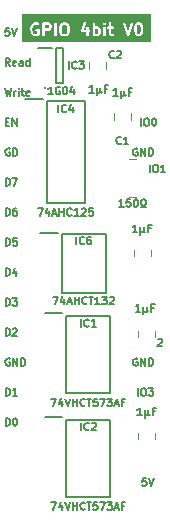
<source format=gto>
%TF.GenerationSoftware,KiCad,Pcbnew,7.0.5*%
%TF.CreationDate,2024-02-19T15:26:47+02:00*%
%TF.ProjectId,GPIO 4bit,4750494f-2034-4626-9974-2e6b69636164,V0*%
%TF.SameCoordinates,PX6d01460PY32de760*%
%TF.FileFunction,Legend,Top*%
%TF.FilePolarity,Positive*%
%FSLAX46Y46*%
G04 Gerber Fmt 4.6, Leading zero omitted, Abs format (unit mm)*
G04 Created by KiCad (PCBNEW 7.0.5) date 2024-02-19 15:26:47*
%MOMM*%
%LPD*%
G01*
G04 APERTURE LIST*
%ADD10C,0.150000*%
%ADD11C,0.200000*%
%ADD12C,0.120000*%
%ADD13C,0.100000*%
G04 APERTURE END LIST*
D10*
X1598493Y-9841201D02*
X1538017Y-9810963D01*
X1538017Y-9810963D02*
X1447303Y-9810963D01*
X1447303Y-9810963D02*
X1356588Y-9841201D01*
X1356588Y-9841201D02*
X1296112Y-9901677D01*
X1296112Y-9901677D02*
X1265874Y-9962153D01*
X1265874Y-9962153D02*
X1235636Y-10083105D01*
X1235636Y-10083105D02*
X1235636Y-10173820D01*
X1235636Y-10173820D02*
X1265874Y-10294772D01*
X1265874Y-10294772D02*
X1296112Y-10355248D01*
X1296112Y-10355248D02*
X1356588Y-10415725D01*
X1356588Y-10415725D02*
X1447303Y-10445963D01*
X1447303Y-10445963D02*
X1507779Y-10445963D01*
X1507779Y-10445963D02*
X1598493Y-10415725D01*
X1598493Y-10415725D02*
X1628731Y-10385486D01*
X1628731Y-10385486D02*
X1628731Y-10173820D01*
X1628731Y-10173820D02*
X1507779Y-10173820D01*
X1900874Y-10445963D02*
X1900874Y-9810963D01*
X1900874Y-9810963D02*
X2052064Y-9810963D01*
X2052064Y-9810963D02*
X2142779Y-9841201D01*
X2142779Y-9841201D02*
X2203255Y-9901677D01*
X2203255Y-9901677D02*
X2233493Y-9962153D01*
X2233493Y-9962153D02*
X2263731Y-10083105D01*
X2263731Y-10083105D02*
X2263731Y-10173820D01*
X2263731Y-10173820D02*
X2233493Y-10294772D01*
X2233493Y-10294772D02*
X2203255Y-10355248D01*
X2203255Y-10355248D02*
X2142779Y-10415725D01*
X2142779Y-10415725D02*
X2052064Y-10445963D01*
X2052064Y-10445963D02*
X1900874Y-10445963D01*
X1265874Y-12985963D02*
X1265874Y-12350963D01*
X1265874Y-12350963D02*
X1417064Y-12350963D01*
X1417064Y-12350963D02*
X1507779Y-12381201D01*
X1507779Y-12381201D02*
X1568255Y-12441677D01*
X1568255Y-12441677D02*
X1598493Y-12502153D01*
X1598493Y-12502153D02*
X1628731Y-12623105D01*
X1628731Y-12623105D02*
X1628731Y-12713820D01*
X1628731Y-12713820D02*
X1598493Y-12834772D01*
X1598493Y-12834772D02*
X1568255Y-12895248D01*
X1568255Y-12895248D02*
X1507779Y-12955725D01*
X1507779Y-12955725D02*
X1417064Y-12985963D01*
X1417064Y-12985963D02*
X1265874Y-12985963D01*
X1840398Y-12350963D02*
X2263731Y-12350963D01*
X2263731Y-12350963D02*
X1991588Y-12985963D01*
X1265874Y-18065963D02*
X1265874Y-17430963D01*
X1265874Y-17430963D02*
X1417064Y-17430963D01*
X1417064Y-17430963D02*
X1507779Y-17461201D01*
X1507779Y-17461201D02*
X1568255Y-17521677D01*
X1568255Y-17521677D02*
X1598493Y-17582153D01*
X1598493Y-17582153D02*
X1628731Y-17703105D01*
X1628731Y-17703105D02*
X1628731Y-17793820D01*
X1628731Y-17793820D02*
X1598493Y-17914772D01*
X1598493Y-17914772D02*
X1568255Y-17975248D01*
X1568255Y-17975248D02*
X1507779Y-18035725D01*
X1507779Y-18035725D02*
X1417064Y-18065963D01*
X1417064Y-18065963D02*
X1265874Y-18065963D01*
X2203255Y-17430963D02*
X1900874Y-17430963D01*
X1900874Y-17430963D02*
X1870636Y-17733344D01*
X1870636Y-17733344D02*
X1900874Y-17703105D01*
X1900874Y-17703105D02*
X1961350Y-17672867D01*
X1961350Y-17672867D02*
X2112541Y-17672867D01*
X2112541Y-17672867D02*
X2173017Y-17703105D01*
X2173017Y-17703105D02*
X2203255Y-17733344D01*
X2203255Y-17733344D02*
X2233493Y-17793820D01*
X2233493Y-17793820D02*
X2233493Y-17945010D01*
X2233493Y-17945010D02*
X2203255Y-18005486D01*
X2203255Y-18005486D02*
X2173017Y-18035725D01*
X2173017Y-18035725D02*
X2112541Y-18065963D01*
X2112541Y-18065963D02*
X1961350Y-18065963D01*
X1961350Y-18065963D02*
X1900874Y-18035725D01*
X1900874Y-18035725D02*
X1870636Y-18005486D01*
X1265874Y-25685963D02*
X1265874Y-25050963D01*
X1265874Y-25050963D02*
X1417064Y-25050963D01*
X1417064Y-25050963D02*
X1507779Y-25081201D01*
X1507779Y-25081201D02*
X1568255Y-25141677D01*
X1568255Y-25141677D02*
X1598493Y-25202153D01*
X1598493Y-25202153D02*
X1628731Y-25323105D01*
X1628731Y-25323105D02*
X1628731Y-25413820D01*
X1628731Y-25413820D02*
X1598493Y-25534772D01*
X1598493Y-25534772D02*
X1568255Y-25595248D01*
X1568255Y-25595248D02*
X1507779Y-25655725D01*
X1507779Y-25655725D02*
X1417064Y-25685963D01*
X1417064Y-25685963D02*
X1265874Y-25685963D01*
X1870636Y-25111439D02*
X1900874Y-25081201D01*
X1900874Y-25081201D02*
X1961350Y-25050963D01*
X1961350Y-25050963D02*
X2112541Y-25050963D01*
X2112541Y-25050963D02*
X2173017Y-25081201D01*
X2173017Y-25081201D02*
X2203255Y-25111439D01*
X2203255Y-25111439D02*
X2233493Y-25171915D01*
X2233493Y-25171915D02*
X2233493Y-25232391D01*
X2233493Y-25232391D02*
X2203255Y-25323105D01*
X2203255Y-25323105D02*
X1840398Y-25685963D01*
X1840398Y-25685963D02*
X2233493Y-25685963D01*
X1205398Y-4730963D02*
X1356588Y-5365963D01*
X1356588Y-5365963D02*
X1477541Y-4912391D01*
X1477541Y-4912391D02*
X1598493Y-5365963D01*
X1598493Y-5365963D02*
X1749684Y-4730963D01*
X1991588Y-5365963D02*
X1991588Y-4942629D01*
X1991588Y-5063582D02*
X2021826Y-5003105D01*
X2021826Y-5003105D02*
X2052064Y-4972867D01*
X2052064Y-4972867D02*
X2112540Y-4942629D01*
X2112540Y-4942629D02*
X2173017Y-4942629D01*
X2384683Y-5365963D02*
X2384683Y-4942629D01*
X2384683Y-4730963D02*
X2354445Y-4761201D01*
X2354445Y-4761201D02*
X2384683Y-4791439D01*
X2384683Y-4791439D02*
X2414921Y-4761201D01*
X2414921Y-4761201D02*
X2384683Y-4730963D01*
X2384683Y-4730963D02*
X2384683Y-4791439D01*
X2596350Y-4942629D02*
X2838254Y-4942629D01*
X2687064Y-4730963D02*
X2687064Y-5275248D01*
X2687064Y-5275248D02*
X2717302Y-5335725D01*
X2717302Y-5335725D02*
X2777778Y-5365963D01*
X2777778Y-5365963D02*
X2838254Y-5365963D01*
X3291826Y-5335725D02*
X3231350Y-5365963D01*
X3231350Y-5365963D02*
X3110397Y-5365963D01*
X3110397Y-5365963D02*
X3049921Y-5335725D01*
X3049921Y-5335725D02*
X3019683Y-5275248D01*
X3019683Y-5275248D02*
X3019683Y-5033344D01*
X3019683Y-5033344D02*
X3049921Y-4972867D01*
X3049921Y-4972867D02*
X3110397Y-4942629D01*
X3110397Y-4942629D02*
X3231350Y-4942629D01*
X3231350Y-4942629D02*
X3291826Y-4972867D01*
X3291826Y-4972867D02*
X3322064Y-5033344D01*
X3322064Y-5033344D02*
X3322064Y-5093820D01*
X3322064Y-5093820D02*
X3019683Y-5154296D01*
X1265874Y-33305963D02*
X1265874Y-32670963D01*
X1265874Y-32670963D02*
X1417064Y-32670963D01*
X1417064Y-32670963D02*
X1507779Y-32701201D01*
X1507779Y-32701201D02*
X1568255Y-32761677D01*
X1568255Y-32761677D02*
X1598493Y-32822153D01*
X1598493Y-32822153D02*
X1628731Y-32943105D01*
X1628731Y-32943105D02*
X1628731Y-33033820D01*
X1628731Y-33033820D02*
X1598493Y-33154772D01*
X1598493Y-33154772D02*
X1568255Y-33215248D01*
X1568255Y-33215248D02*
X1507779Y-33275725D01*
X1507779Y-33275725D02*
X1417064Y-33305963D01*
X1417064Y-33305963D02*
X1265874Y-33305963D01*
X2021826Y-32670963D02*
X2082303Y-32670963D01*
X2082303Y-32670963D02*
X2142779Y-32701201D01*
X2142779Y-32701201D02*
X2173017Y-32731439D01*
X2173017Y-32731439D02*
X2203255Y-32791915D01*
X2203255Y-32791915D02*
X2233493Y-32912867D01*
X2233493Y-32912867D02*
X2233493Y-33064058D01*
X2233493Y-33064058D02*
X2203255Y-33185010D01*
X2203255Y-33185010D02*
X2173017Y-33245486D01*
X2173017Y-33245486D02*
X2142779Y-33275725D01*
X2142779Y-33275725D02*
X2082303Y-33305963D01*
X2082303Y-33305963D02*
X2021826Y-33305963D01*
X2021826Y-33305963D02*
X1961350Y-33275725D01*
X1961350Y-33275725D02*
X1931112Y-33245486D01*
X1931112Y-33245486D02*
X1900874Y-33185010D01*
X1900874Y-33185010D02*
X1870636Y-33064058D01*
X1870636Y-33064058D02*
X1870636Y-32912867D01*
X1870636Y-32912867D02*
X1900874Y-32791915D01*
X1900874Y-32791915D02*
X1931112Y-32731439D01*
X1931112Y-32731439D02*
X1961350Y-32701201D01*
X1961350Y-32701201D02*
X2021826Y-32670963D01*
X14149506Y-26000439D02*
X14179744Y-25970201D01*
X14179744Y-25970201D02*
X14240220Y-25939963D01*
X14240220Y-25939963D02*
X14391411Y-25939963D01*
X14391411Y-25939963D02*
X14451887Y-25970201D01*
X14451887Y-25970201D02*
X14482125Y-26000439D01*
X14482125Y-26000439D02*
X14512363Y-26060915D01*
X14512363Y-26060915D02*
X14512363Y-26121391D01*
X14512363Y-26121391D02*
X14482125Y-26212105D01*
X14482125Y-26212105D02*
X14119268Y-26574963D01*
X14119268Y-26574963D02*
X14512363Y-26574963D01*
D11*
G36*
X6378287Y621977D02*
G01*
X6442464Y557800D01*
X6480380Y406138D01*
X6480380Y97428D01*
X6442463Y-54237D01*
X6378287Y-118414D01*
X6318679Y-148219D01*
X6175415Y-148219D01*
X6115808Y-118415D01*
X6051629Y-54235D01*
X6013714Y97427D01*
X6013714Y406137D01*
X6051630Y557801D01*
X6115807Y621977D01*
X6175415Y651781D01*
X6318679Y651781D01*
X6378287Y621977D01*
G37*
G36*
X9044954Y288644D02*
G01*
X9069624Y263975D01*
X9099427Y204367D01*
X9099427Y-34136D01*
X9069624Y-93743D01*
X9044953Y-118414D01*
X8985346Y-148219D01*
X8842082Y-148219D01*
X8823238Y-138797D01*
X8823238Y309027D01*
X8842082Y318448D01*
X8985346Y318448D01*
X9044954Y288644D01*
G37*
G36*
X12616383Y621977D02*
G01*
X12641053Y597307D01*
X12676504Y526404D01*
X12718476Y358518D01*
X12718476Y145046D01*
X12676504Y-22841D01*
X12641053Y-93743D01*
X12616382Y-118414D01*
X12556775Y-148219D01*
X12508749Y-148219D01*
X12449142Y-118415D01*
X12424471Y-93743D01*
X12389019Y-22840D01*
X12347048Y145046D01*
X12347048Y358517D01*
X12389019Y526405D01*
X12424471Y597308D01*
X12449141Y621978D01*
X12508749Y651781D01*
X12556775Y651781D01*
X12616383Y621977D01*
G37*
G36*
X4902097Y621977D02*
G01*
X4926767Y597308D01*
X4956571Y537699D01*
X4956571Y442054D01*
X4926767Y382447D01*
X4902097Y357777D01*
X4842489Y327972D01*
X4585143Y327972D01*
X4585143Y651781D01*
X4842489Y651781D01*
X4902097Y621977D01*
G37*
G36*
X13601810Y-823857D02*
G01*
X2654191Y-823857D01*
X2654191Y184586D01*
X3333388Y184586D01*
X3337523Y168043D01*
X3337524Y165974D01*
X3341003Y154124D01*
X3383808Y-17096D01*
X3382569Y-28581D01*
X3390790Y-45024D01*
X3391616Y-48326D01*
X3397201Y-57846D01*
X3437711Y-138865D01*
X3441288Y-155308D01*
X3460770Y-174790D01*
X3479540Y-194969D01*
X3481432Y-195452D01*
X3553477Y-267498D01*
X3568521Y-286183D01*
X3587906Y-292644D01*
X3605846Y-302441D01*
X3615272Y-301766D01*
X3727338Y-339121D01*
X3741494Y-348219D01*
X3769049Y-348219D01*
X3796586Y-349215D01*
X3798266Y-348219D01*
X3853555Y-348219D01*
X3869862Y-352373D01*
X3896001Y-343659D01*
X3922442Y-335896D01*
X3923721Y-334419D01*
X4035460Y-297172D01*
X4058901Y-292073D01*
X4073353Y-277620D01*
X4090133Y-265959D01*
X4093744Y-257228D01*
X4114523Y-236449D01*
X4124822Y-231746D01*
X4134885Y-216086D01*
X4137450Y-213522D01*
X4142627Y-204040D01*
X4156571Y-182343D01*
X4156571Y-178502D01*
X4158411Y-175133D01*
X4156571Y-149409D01*
X4156571Y173199D01*
X4159732Y195185D01*
X4151532Y213140D01*
X4381982Y213140D01*
X4385143Y206219D01*
X4385143Y-262598D01*
X4397466Y-304566D01*
X4441848Y-343023D01*
X4499975Y-351380D01*
X4553394Y-326985D01*
X4585143Y-277582D01*
X4585143Y-262598D01*
X5385143Y-262598D01*
X5397466Y-304566D01*
X5441848Y-343023D01*
X5499975Y-351380D01*
X5553394Y-326985D01*
X5585143Y-277582D01*
X5585143Y89348D01*
X5809578Y89348D01*
X5813714Y72804D01*
X5813714Y70736D01*
X5817193Y58886D01*
X5863941Y-128106D01*
X5869859Y-155308D01*
X5881563Y-167012D01*
X5889940Y-181290D01*
X5901902Y-187351D01*
X5976994Y-262444D01*
X5985587Y-276911D01*
X6010215Y-289225D01*
X6034417Y-302441D01*
X6036367Y-302301D01*
X6102270Y-335253D01*
X6122446Y-348219D01*
X6142881Y-348219D01*
X6162997Y-351839D01*
X6171725Y-348219D01*
X6336900Y-348219D01*
X6360743Y-350793D01*
X6379019Y-341654D01*
X6398632Y-335896D01*
X6404820Y-328754D01*
X6471028Y-295650D01*
X6487471Y-292073D01*
X6506947Y-272596D01*
X6527131Y-253822D01*
X6527615Y-251928D01*
X6602360Y-177182D01*
X6622654Y-158101D01*
X6626668Y-142043D01*
X6634602Y-127514D01*
X6633645Y-114136D01*
X6673403Y44896D01*
X6680380Y55752D01*
X6680380Y70283D01*
X7620077Y70283D01*
X7622448Y65091D01*
X7622242Y59385D01*
X7634492Y38717D01*
X7644472Y16864D01*
X7649274Y13778D01*
X7652185Y8867D01*
X7673664Y-1896D01*
X7693875Y-14885D01*
X7699583Y-14885D01*
X7704686Y-17442D01*
X7728576Y-14885D01*
X8099428Y-14885D01*
X8099428Y-262598D01*
X8111751Y-304566D01*
X8156133Y-343023D01*
X8214260Y-351380D01*
X8267679Y-326985D01*
X8299428Y-277582D01*
X8299428Y-14885D01*
X8356664Y-14885D01*
X8398632Y-2562D01*
X8437089Y41820D01*
X8445446Y99947D01*
X8421051Y153366D01*
X8371648Y185115D01*
X8299428Y185115D01*
X8299428Y367156D01*
X8619081Y367156D01*
X8623238Y354648D01*
X8623238Y-198833D01*
X8622265Y-226420D01*
X8623238Y-228058D01*
X8623238Y-262598D01*
X8635561Y-304566D01*
X8679943Y-343023D01*
X8738070Y-351380D01*
X8770784Y-336440D01*
X8789113Y-348219D01*
X8809548Y-348219D01*
X8829664Y-351839D01*
X8838392Y-348219D01*
X9003567Y-348219D01*
X9027410Y-350793D01*
X9045686Y-341654D01*
X9065299Y-335896D01*
X9071487Y-328754D01*
X9137695Y-295650D01*
X9154139Y-292073D01*
X9173624Y-272587D01*
X9184363Y-262598D01*
X9528000Y-262598D01*
X9540323Y-304566D01*
X9584705Y-343023D01*
X9642832Y-351380D01*
X9696251Y-326985D01*
X9728000Y-277582D01*
X9728000Y403616D01*
X9858172Y403616D01*
X9882567Y350197D01*
X9931970Y318448D01*
X10004190Y318448D01*
X10004190Y-99975D01*
X10001616Y-123819D01*
X10010754Y-142096D01*
X10016513Y-161708D01*
X10023653Y-167895D01*
X10050973Y-222535D01*
X10050836Y-226420D01*
X10063980Y-248550D01*
X10068796Y-258182D01*
X10071299Y-260873D01*
X10080825Y-276911D01*
X10090907Y-281952D01*
X10098587Y-290208D01*
X10116663Y-294830D01*
X10197508Y-335253D01*
X10217684Y-348219D01*
X10238119Y-348219D01*
X10258235Y-351839D01*
X10266963Y-348219D01*
X10356664Y-348219D01*
X10398632Y-335896D01*
X10437089Y-291514D01*
X10445446Y-233387D01*
X10421051Y-179968D01*
X10371648Y-148219D01*
X10270653Y-148219D01*
X10226344Y-126064D01*
X10204190Y-81755D01*
X10204190Y318448D01*
X10356664Y318448D01*
X10398632Y330771D01*
X10437089Y375153D01*
X10445446Y433280D01*
X10421051Y486699D01*
X10371648Y518448D01*
X10204190Y518448D01*
X10204190Y748014D01*
X11190513Y748014D01*
X11527411Y-262679D01*
X11527004Y-273949D01*
X11536519Y-290002D01*
X11537679Y-293482D01*
X11543813Y-302309D01*
X11556947Y-324467D01*
X11560423Y-326209D01*
X11562641Y-329400D01*
X11586432Y-339242D01*
X11609449Y-350776D01*
X11613312Y-350362D01*
X11616906Y-351849D01*
X11642236Y-347266D01*
X11667841Y-344526D01*
X11670871Y-342086D01*
X11674693Y-341395D01*
X11693519Y-323851D01*
X11713583Y-307698D01*
X11714812Y-304009D01*
X11717656Y-301360D01*
X11724012Y-276409D01*
X11861804Y136967D01*
X12142912Y136967D01*
X12147048Y120423D01*
X12147048Y118355D01*
X12150527Y106505D01*
X12193332Y-64715D01*
X12192093Y-76200D01*
X12200314Y-92642D01*
X12201140Y-95945D01*
X12206725Y-105465D01*
X12247235Y-186484D01*
X12250812Y-202927D01*
X12270295Y-222410D01*
X12289064Y-242588D01*
X12290956Y-243071D01*
X12310328Y-262444D01*
X12318921Y-276911D01*
X12343559Y-289230D01*
X12367750Y-302440D01*
X12369699Y-302300D01*
X12435604Y-335253D01*
X12455780Y-348219D01*
X12476215Y-348219D01*
X12496331Y-351839D01*
X12505059Y-348219D01*
X12574996Y-348219D01*
X12598839Y-350793D01*
X12617115Y-341654D01*
X12636728Y-335896D01*
X12642916Y-328754D01*
X12709124Y-295650D01*
X12725568Y-292073D01*
X12745053Y-272587D01*
X12765227Y-253822D01*
X12765711Y-251928D01*
X12785084Y-232555D01*
X12799549Y-223964D01*
X12811866Y-199329D01*
X12825078Y-175133D01*
X12824938Y-173185D01*
X12852333Y-118395D01*
X12860750Y-110482D01*
X12865209Y-92643D01*
X12866730Y-89603D01*
X12868683Y-78748D01*
X12911499Y92515D01*
X12918476Y103371D01*
X12918476Y120423D01*
X12918978Y122430D01*
X12918476Y134777D01*
X12918475Y354371D01*
X12922612Y366596D01*
X12918476Y383141D01*
X12918476Y385208D01*
X12914996Y397059D01*
X12872191Y568280D01*
X12873431Y579764D01*
X12865209Y596208D01*
X12864384Y599508D01*
X12858800Y609025D01*
X12818287Y690051D01*
X12814711Y706491D01*
X12795236Y725966D01*
X12776460Y746152D01*
X12774565Y746637D01*
X12755195Y766007D01*
X12746603Y780473D01*
X12721968Y792791D01*
X12697773Y806002D01*
X12695823Y805863D01*
X12629922Y838814D01*
X12609744Y851781D01*
X12589308Y851781D01*
X12569193Y855401D01*
X12560465Y851781D01*
X12490527Y851781D01*
X12466684Y854355D01*
X12448406Y845217D01*
X12428796Y839458D01*
X12422608Y832317D01*
X12356397Y799212D01*
X12339957Y795635D01*
X12320482Y776161D01*
X12300296Y757384D01*
X12299811Y755490D01*
X12280441Y736120D01*
X12265975Y727527D01*
X12253657Y702893D01*
X12240446Y678697D01*
X12240585Y676748D01*
X12213191Y621960D01*
X12204774Y614045D01*
X12200314Y596206D01*
X12198794Y593165D01*
X12196841Y582314D01*
X12154024Y411049D01*
X12147048Y400192D01*
X12147048Y383141D01*
X12146546Y381133D01*
X12147048Y368787D01*
X12147048Y149193D01*
X12142912Y136967D01*
X11861804Y136967D01*
X12060748Y733799D01*
X12062329Y777510D01*
X12032386Y828028D01*
X11979884Y854338D01*
X11921492Y848087D01*
X11875750Y811260D01*
X11628000Y68010D01*
X11384988Y797045D01*
X11360026Y832962D01*
X11305761Y855411D01*
X11247974Y844958D01*
X11205010Y804922D01*
X11190513Y748014D01*
X10204190Y748014D01*
X10204190Y766160D01*
X10191867Y808128D01*
X10147485Y846585D01*
X10089358Y854942D01*
X10035939Y830547D01*
X10004190Y781144D01*
X10004190Y518448D01*
X9946954Y518448D01*
X9904986Y506125D01*
X9866529Y461743D01*
X9858172Y403616D01*
X9728000Y403616D01*
X9728000Y432827D01*
X9715677Y474795D01*
X9671295Y513252D01*
X9613168Y521609D01*
X9559749Y497214D01*
X9528000Y447811D01*
X9528000Y-262598D01*
X9184363Y-262598D01*
X9193798Y-253822D01*
X9194282Y-251928D01*
X9213655Y-232555D01*
X9228120Y-223964D01*
X9240437Y-199329D01*
X9253649Y-175133D01*
X9253509Y-173185D01*
X9286462Y-107280D01*
X9299428Y-87105D01*
X9299428Y-66669D01*
X9303048Y-46554D01*
X9299428Y-37825D01*
X9299428Y222588D01*
X9302002Y246431D01*
X9292863Y264709D01*
X9287105Y284319D01*
X9279963Y290507D01*
X9246858Y356718D01*
X9243282Y373158D01*
X9223807Y392633D01*
X9205031Y412819D01*
X9203136Y413304D01*
X9183766Y432674D01*
X9175174Y447140D01*
X9150539Y459458D01*
X9126344Y472669D01*
X9124394Y472530D01*
X9058493Y505481D01*
X9038315Y518448D01*
X9017879Y518448D01*
X8997764Y522068D01*
X8989036Y518448D01*
X8823860Y518448D01*
X8823238Y518516D01*
X8823238Y711597D01*
X9476424Y711597D01*
X9481145Y689894D01*
X9482730Y667740D01*
X9487290Y661648D01*
X9488908Y654214D01*
X9504609Y638513D01*
X9517923Y620728D01*
X9525053Y618069D01*
X9539240Y603882D01*
X9540323Y600196D01*
X9554388Y588009D01*
X9565542Y573109D01*
X9576149Y569153D01*
X9584705Y561739D01*
X9595911Y560128D01*
X9605846Y554703D01*
X9613434Y555246D01*
X9620565Y552586D01*
X9631627Y554993D01*
X9642832Y553382D01*
X9653131Y558086D01*
X9664422Y558893D01*
X9670512Y563453D01*
X9677948Y565070D01*
X9685951Y573074D01*
X9696251Y577777D01*
X9702372Y587303D01*
X9711433Y594085D01*
X9714092Y601215D01*
X9741272Y628395D01*
X9759052Y641704D01*
X9766812Y662511D01*
X9777459Y682008D01*
X9776916Y689599D01*
X9779575Y696727D01*
X9774853Y718431D01*
X9773269Y740584D01*
X9768709Y746675D01*
X9767092Y754110D01*
X9751386Y769816D01*
X9738077Y787595D01*
X9730947Y790255D01*
X9716759Y804443D01*
X9715677Y808128D01*
X9701609Y820318D01*
X9690458Y835214D01*
X9679852Y839170D01*
X9671295Y846585D01*
X9660088Y848197D01*
X9650154Y853621D01*
X9642563Y853079D01*
X9635435Y855737D01*
X9624374Y853331D01*
X9613168Y854942D01*
X9602870Y850240D01*
X9591578Y849432D01*
X9585485Y844872D01*
X9578052Y843254D01*
X9570048Y835251D01*
X9559749Y830547D01*
X9553628Y821024D01*
X9544566Y814239D01*
X9541906Y807109D01*
X9514731Y779934D01*
X9496947Y766620D01*
X9489184Y745808D01*
X9478541Y726316D01*
X9479083Y718728D01*
X9476424Y711597D01*
X8823238Y711597D01*
X8823238Y766160D01*
X8810915Y808128D01*
X8766533Y846585D01*
X8708406Y854942D01*
X8654987Y830547D01*
X8623238Y781144D01*
X8623238Y383414D01*
X8619081Y367156D01*
X8299428Y367156D01*
X8299428Y432827D01*
X8287105Y474795D01*
X8242723Y513252D01*
X8184596Y521609D01*
X8131177Y497214D01*
X8099428Y447811D01*
X8099428Y185115D01*
X7861981Y185115D01*
X8060748Y781418D01*
X8062329Y825129D01*
X8032386Y875647D01*
X7979884Y901957D01*
X7921492Y895706D01*
X7875750Y858878D01*
X7634653Y135588D01*
X7628434Y128410D01*
X7625531Y108224D01*
X7623823Y103097D01*
X7623496Y94067D01*
X7620077Y70283D01*
X6680380Y70283D01*
X6680380Y72804D01*
X6680882Y74811D01*
X6680380Y87158D01*
X6680379Y401990D01*
X6684516Y414215D01*
X6680380Y430759D01*
X6680380Y432827D01*
X6676900Y444678D01*
X6630153Y631664D01*
X6624235Y658872D01*
X6612529Y670578D01*
X6604154Y684853D01*
X6592192Y690915D01*
X6517098Y766008D01*
X6508507Y780473D01*
X6483872Y792791D01*
X6459677Y806002D01*
X6457727Y805863D01*
X6391826Y838814D01*
X6371648Y851781D01*
X6351212Y851781D01*
X6331097Y855401D01*
X6322369Y851781D01*
X6157193Y851781D01*
X6133350Y854355D01*
X6115072Y845217D01*
X6095462Y839458D01*
X6089274Y832317D01*
X6023067Y799214D01*
X6006623Y795636D01*
X5987136Y776150D01*
X5966962Y757384D01*
X5966477Y755491D01*
X5891725Y680738D01*
X5871440Y661664D01*
X5867425Y645605D01*
X5859493Y631078D01*
X5860449Y617703D01*
X5820690Y458668D01*
X5813714Y447811D01*
X5813714Y430761D01*
X5813212Y428752D01*
X5813713Y416406D01*
X5813714Y101574D01*
X5809578Y89348D01*
X5585143Y89348D01*
X5585143Y766160D01*
X5572820Y808128D01*
X5528438Y846585D01*
X5470311Y854942D01*
X5416892Y830547D01*
X5385143Y781144D01*
X5385143Y-262598D01*
X4585143Y-262598D01*
X4585143Y127972D01*
X4860710Y127972D01*
X4884553Y125398D01*
X4902829Y134537D01*
X4922442Y140295D01*
X4928630Y147437D01*
X4994838Y180541D01*
X5011281Y184118D01*
X5030760Y203598D01*
X5050941Y222369D01*
X5051425Y224263D01*
X5070796Y243634D01*
X5085263Y252226D01*
X5097581Y276863D01*
X5110792Y301056D01*
X5110652Y303005D01*
X5143605Y368910D01*
X5156571Y389085D01*
X5156571Y409521D01*
X5160191Y429636D01*
X5156571Y438365D01*
X5156571Y555921D01*
X5159145Y579764D01*
X5150006Y598042D01*
X5144248Y617652D01*
X5137106Y623840D01*
X5104001Y690051D01*
X5100425Y706491D01*
X5080950Y725966D01*
X5062174Y746152D01*
X5060279Y746637D01*
X5040909Y766007D01*
X5032317Y780473D01*
X5007682Y792791D01*
X4983487Y806002D01*
X4981537Y805863D01*
X4915636Y838814D01*
X4895458Y851781D01*
X4875022Y851781D01*
X4854907Y855401D01*
X4846179Y851781D01*
X4492297Y851781D01*
X4470311Y854942D01*
X4450107Y845716D01*
X4428796Y839458D01*
X4423813Y833708D01*
X4416892Y830547D01*
X4404883Y811862D01*
X4390339Y795076D01*
X4389256Y787545D01*
X4385143Y781144D01*
X4385143Y758936D01*
X4381982Y736949D01*
X4385143Y730028D01*
X4385143Y235127D01*
X4381982Y213140D01*
X4151532Y213140D01*
X4150505Y215389D01*
X4144248Y236700D01*
X4138497Y241683D01*
X4135337Y248604D01*
X4116651Y260613D01*
X4099866Y275157D01*
X4092334Y276240D01*
X4085934Y280353D01*
X4063725Y280353D01*
X4041739Y283514D01*
X4034817Y280353D01*
X3851716Y280353D01*
X3809748Y268030D01*
X3771291Y223648D01*
X3762934Y165521D01*
X3787329Y112102D01*
X3836732Y80353D01*
X3956571Y80353D01*
X3956571Y-111559D01*
X3954933Y-113196D01*
X3849868Y-148219D01*
X3787084Y-148219D01*
X3682018Y-113197D01*
X3614947Y-46124D01*
X3579495Y24779D01*
X3537523Y192665D01*
X3537523Y310898D01*
X3579495Y478786D01*
X3614947Y549689D01*
X3682017Y616759D01*
X3787083Y651781D01*
X3890108Y651781D01*
X3977091Y608289D01*
X4020140Y600542D01*
X4074385Y623040D01*
X4107855Y671293D01*
X4109925Y729982D01*
X4079936Y780473D01*
X3963255Y838814D01*
X3943077Y851781D01*
X3922641Y851781D01*
X3902526Y855401D01*
X3893798Y851781D01*
X3783395Y851781D01*
X3767090Y855935D01*
X3740949Y847222D01*
X3714510Y839458D01*
X3713230Y837982D01*
X3601492Y800736D01*
X3578052Y795636D01*
X3563599Y781184D01*
X3546819Y769521D01*
X3543207Y760792D01*
X3470916Y688500D01*
X3456451Y679908D01*
X3444133Y655274D01*
X3430922Y631078D01*
X3431061Y629129D01*
X3403667Y574341D01*
X3395250Y566426D01*
X3390789Y548586D01*
X3389270Y545546D01*
X3387317Y534695D01*
X3344500Y363430D01*
X3337524Y352573D01*
X3337523Y335522D01*
X3337022Y333514D01*
X3337524Y321168D01*
X3337524Y196812D01*
X3333388Y184586D01*
X2654191Y184586D01*
X2654191Y1561857D01*
X13601810Y1561857D01*
X13601810Y-823857D01*
G37*
D10*
X13466125Y-11842963D02*
X13466125Y-11207963D01*
X13889458Y-11207963D02*
X14010411Y-11207963D01*
X14010411Y-11207963D02*
X14070887Y-11238201D01*
X14070887Y-11238201D02*
X14131363Y-11298677D01*
X14131363Y-11298677D02*
X14161601Y-11419629D01*
X14161601Y-11419629D02*
X14161601Y-11631296D01*
X14161601Y-11631296D02*
X14131363Y-11752248D01*
X14131363Y-11752248D02*
X14070887Y-11812725D01*
X14070887Y-11812725D02*
X14010411Y-11842963D01*
X14010411Y-11842963D02*
X13889458Y-11842963D01*
X13889458Y-11842963D02*
X13828982Y-11812725D01*
X13828982Y-11812725D02*
X13768506Y-11752248D01*
X13768506Y-11752248D02*
X13738268Y-11631296D01*
X13738268Y-11631296D02*
X13738268Y-11419629D01*
X13738268Y-11419629D02*
X13768506Y-11298677D01*
X13768506Y-11298677D02*
X13828982Y-11238201D01*
X13828982Y-11238201D02*
X13889458Y-11207963D01*
X14766363Y-11842963D02*
X14403506Y-11842963D01*
X14584934Y-11842963D02*
X14584934Y-11207963D01*
X14584934Y-11207963D02*
X14524458Y-11298677D01*
X14524458Y-11298677D02*
X14463982Y-11359153D01*
X14463982Y-11359153D02*
X14403506Y-11389391D01*
X1568255Y349037D02*
X1265874Y349037D01*
X1265874Y349037D02*
X1235636Y46656D01*
X1235636Y46656D02*
X1265874Y76895D01*
X1265874Y76895D02*
X1326350Y107133D01*
X1326350Y107133D02*
X1477541Y107133D01*
X1477541Y107133D02*
X1538017Y76895D01*
X1538017Y76895D02*
X1568255Y46656D01*
X1568255Y46656D02*
X1598493Y-13820D01*
X1598493Y-13820D02*
X1598493Y-165010D01*
X1598493Y-165010D02*
X1568255Y-225486D01*
X1568255Y-225486D02*
X1538017Y-255725D01*
X1538017Y-255725D02*
X1477541Y-285963D01*
X1477541Y-285963D02*
X1326350Y-285963D01*
X1326350Y-285963D02*
X1265874Y-255725D01*
X1265874Y-255725D02*
X1235636Y-225486D01*
X1779922Y349037D02*
X1991588Y-285963D01*
X1991588Y-285963D02*
X2203255Y349037D01*
X1265874Y-30765963D02*
X1265874Y-30130963D01*
X1265874Y-30130963D02*
X1417064Y-30130963D01*
X1417064Y-30130963D02*
X1507779Y-30161201D01*
X1507779Y-30161201D02*
X1568255Y-30221677D01*
X1568255Y-30221677D02*
X1598493Y-30282153D01*
X1598493Y-30282153D02*
X1628731Y-30403105D01*
X1628731Y-30403105D02*
X1628731Y-30493820D01*
X1628731Y-30493820D02*
X1598493Y-30614772D01*
X1598493Y-30614772D02*
X1568255Y-30675248D01*
X1568255Y-30675248D02*
X1507779Y-30735725D01*
X1507779Y-30735725D02*
X1417064Y-30765963D01*
X1417064Y-30765963D02*
X1265874Y-30765963D01*
X2233493Y-30765963D02*
X1870636Y-30765963D01*
X2052064Y-30765963D02*
X2052064Y-30130963D01*
X2052064Y-30130963D02*
X1991588Y-30221677D01*
X1991588Y-30221677D02*
X1931112Y-30282153D01*
X1931112Y-30282153D02*
X1870636Y-30312391D01*
X12419887Y-9841201D02*
X12359411Y-9810963D01*
X12359411Y-9810963D02*
X12268697Y-9810963D01*
X12268697Y-9810963D02*
X12177982Y-9841201D01*
X12177982Y-9841201D02*
X12117506Y-9901677D01*
X12117506Y-9901677D02*
X12087268Y-9962153D01*
X12087268Y-9962153D02*
X12057030Y-10083105D01*
X12057030Y-10083105D02*
X12057030Y-10173820D01*
X12057030Y-10173820D02*
X12087268Y-10294772D01*
X12087268Y-10294772D02*
X12117506Y-10355248D01*
X12117506Y-10355248D02*
X12177982Y-10415725D01*
X12177982Y-10415725D02*
X12268697Y-10445963D01*
X12268697Y-10445963D02*
X12329173Y-10445963D01*
X12329173Y-10445963D02*
X12419887Y-10415725D01*
X12419887Y-10415725D02*
X12450125Y-10385486D01*
X12450125Y-10385486D02*
X12450125Y-10173820D01*
X12450125Y-10173820D02*
X12329173Y-10173820D01*
X12722268Y-10445963D02*
X12722268Y-9810963D01*
X12722268Y-9810963D02*
X13085125Y-10445963D01*
X13085125Y-10445963D02*
X13085125Y-9810963D01*
X13387506Y-10445963D02*
X13387506Y-9810963D01*
X13387506Y-9810963D02*
X13538696Y-9810963D01*
X13538696Y-9810963D02*
X13629411Y-9841201D01*
X13629411Y-9841201D02*
X13689887Y-9901677D01*
X13689887Y-9901677D02*
X13720125Y-9962153D01*
X13720125Y-9962153D02*
X13750363Y-10083105D01*
X13750363Y-10083105D02*
X13750363Y-10173820D01*
X13750363Y-10173820D02*
X13720125Y-10294772D01*
X13720125Y-10294772D02*
X13689887Y-10355248D01*
X13689887Y-10355248D02*
X13629411Y-10415725D01*
X13629411Y-10415725D02*
X13538696Y-10445963D01*
X13538696Y-10445963D02*
X13387506Y-10445963D01*
X1265874Y-15525963D02*
X1265874Y-14890963D01*
X1265874Y-14890963D02*
X1417064Y-14890963D01*
X1417064Y-14890963D02*
X1507779Y-14921201D01*
X1507779Y-14921201D02*
X1568255Y-14981677D01*
X1568255Y-14981677D02*
X1598493Y-15042153D01*
X1598493Y-15042153D02*
X1628731Y-15163105D01*
X1628731Y-15163105D02*
X1628731Y-15253820D01*
X1628731Y-15253820D02*
X1598493Y-15374772D01*
X1598493Y-15374772D02*
X1568255Y-15435248D01*
X1568255Y-15435248D02*
X1507779Y-15495725D01*
X1507779Y-15495725D02*
X1417064Y-15525963D01*
X1417064Y-15525963D02*
X1265874Y-15525963D01*
X2173017Y-14890963D02*
X2052064Y-14890963D01*
X2052064Y-14890963D02*
X1991588Y-14921201D01*
X1991588Y-14921201D02*
X1961350Y-14951439D01*
X1961350Y-14951439D02*
X1900874Y-15042153D01*
X1900874Y-15042153D02*
X1870636Y-15163105D01*
X1870636Y-15163105D02*
X1870636Y-15405010D01*
X1870636Y-15405010D02*
X1900874Y-15465486D01*
X1900874Y-15465486D02*
X1931112Y-15495725D01*
X1931112Y-15495725D02*
X1991588Y-15525963D01*
X1991588Y-15525963D02*
X2112541Y-15525963D01*
X2112541Y-15525963D02*
X2173017Y-15495725D01*
X2173017Y-15495725D02*
X2203255Y-15465486D01*
X2203255Y-15465486D02*
X2233493Y-15405010D01*
X2233493Y-15405010D02*
X2233493Y-15253820D01*
X2233493Y-15253820D02*
X2203255Y-15193344D01*
X2203255Y-15193344D02*
X2173017Y-15163105D01*
X2173017Y-15163105D02*
X2112541Y-15132867D01*
X2112541Y-15132867D02*
X1991588Y-15132867D01*
X1991588Y-15132867D02*
X1931112Y-15163105D01*
X1931112Y-15163105D02*
X1900874Y-15193344D01*
X1900874Y-15193344D02*
X1870636Y-15253820D01*
X1265874Y-20605963D02*
X1265874Y-19970963D01*
X1265874Y-19970963D02*
X1417064Y-19970963D01*
X1417064Y-19970963D02*
X1507779Y-20001201D01*
X1507779Y-20001201D02*
X1568255Y-20061677D01*
X1568255Y-20061677D02*
X1598493Y-20122153D01*
X1598493Y-20122153D02*
X1628731Y-20243105D01*
X1628731Y-20243105D02*
X1628731Y-20333820D01*
X1628731Y-20333820D02*
X1598493Y-20454772D01*
X1598493Y-20454772D02*
X1568255Y-20515248D01*
X1568255Y-20515248D02*
X1507779Y-20575725D01*
X1507779Y-20575725D02*
X1417064Y-20605963D01*
X1417064Y-20605963D02*
X1265874Y-20605963D01*
X2173017Y-20182629D02*
X2173017Y-20605963D01*
X2021826Y-19940725D02*
X1870636Y-20394296D01*
X1870636Y-20394296D02*
X2263731Y-20394296D01*
X1265874Y-23145963D02*
X1265874Y-22510963D01*
X1265874Y-22510963D02*
X1417064Y-22510963D01*
X1417064Y-22510963D02*
X1507779Y-22541201D01*
X1507779Y-22541201D02*
X1568255Y-22601677D01*
X1568255Y-22601677D02*
X1598493Y-22662153D01*
X1598493Y-22662153D02*
X1628731Y-22783105D01*
X1628731Y-22783105D02*
X1628731Y-22873820D01*
X1628731Y-22873820D02*
X1598493Y-22994772D01*
X1598493Y-22994772D02*
X1568255Y-23055248D01*
X1568255Y-23055248D02*
X1507779Y-23115725D01*
X1507779Y-23115725D02*
X1417064Y-23145963D01*
X1417064Y-23145963D02*
X1265874Y-23145963D01*
X1840398Y-22510963D02*
X2233493Y-22510963D01*
X2233493Y-22510963D02*
X2021826Y-22752867D01*
X2021826Y-22752867D02*
X2112541Y-22752867D01*
X2112541Y-22752867D02*
X2173017Y-22783105D01*
X2173017Y-22783105D02*
X2203255Y-22813344D01*
X2203255Y-22813344D02*
X2233493Y-22873820D01*
X2233493Y-22873820D02*
X2233493Y-23025010D01*
X2233493Y-23025010D02*
X2203255Y-23085486D01*
X2203255Y-23085486D02*
X2173017Y-23115725D01*
X2173017Y-23115725D02*
X2112541Y-23145963D01*
X2112541Y-23145963D02*
X1931112Y-23145963D01*
X1931112Y-23145963D02*
X1870636Y-23115725D01*
X1870636Y-23115725D02*
X1840398Y-23085486D01*
X1628731Y-2825963D02*
X1417064Y-2523582D01*
X1265874Y-2825963D02*
X1265874Y-2190963D01*
X1265874Y-2190963D02*
X1507779Y-2190963D01*
X1507779Y-2190963D02*
X1568255Y-2221201D01*
X1568255Y-2221201D02*
X1598493Y-2251439D01*
X1598493Y-2251439D02*
X1628731Y-2311915D01*
X1628731Y-2311915D02*
X1628731Y-2402629D01*
X1628731Y-2402629D02*
X1598493Y-2463105D01*
X1598493Y-2463105D02*
X1568255Y-2493344D01*
X1568255Y-2493344D02*
X1507779Y-2523582D01*
X1507779Y-2523582D02*
X1265874Y-2523582D01*
X2142779Y-2795725D02*
X2082303Y-2825963D01*
X2082303Y-2825963D02*
X1961350Y-2825963D01*
X1961350Y-2825963D02*
X1900874Y-2795725D01*
X1900874Y-2795725D02*
X1870636Y-2735248D01*
X1870636Y-2735248D02*
X1870636Y-2493344D01*
X1870636Y-2493344D02*
X1900874Y-2432867D01*
X1900874Y-2432867D02*
X1961350Y-2402629D01*
X1961350Y-2402629D02*
X2082303Y-2402629D01*
X2082303Y-2402629D02*
X2142779Y-2432867D01*
X2142779Y-2432867D02*
X2173017Y-2493344D01*
X2173017Y-2493344D02*
X2173017Y-2553820D01*
X2173017Y-2553820D02*
X1870636Y-2614296D01*
X2717303Y-2825963D02*
X2717303Y-2493344D01*
X2717303Y-2493344D02*
X2687065Y-2432867D01*
X2687065Y-2432867D02*
X2626589Y-2402629D01*
X2626589Y-2402629D02*
X2505636Y-2402629D01*
X2505636Y-2402629D02*
X2445160Y-2432867D01*
X2717303Y-2795725D02*
X2656827Y-2825963D01*
X2656827Y-2825963D02*
X2505636Y-2825963D01*
X2505636Y-2825963D02*
X2445160Y-2795725D01*
X2445160Y-2795725D02*
X2414922Y-2735248D01*
X2414922Y-2735248D02*
X2414922Y-2674772D01*
X2414922Y-2674772D02*
X2445160Y-2614296D01*
X2445160Y-2614296D02*
X2505636Y-2584058D01*
X2505636Y-2584058D02*
X2656827Y-2584058D01*
X2656827Y-2584058D02*
X2717303Y-2553820D01*
X3291827Y-2825963D02*
X3291827Y-2190963D01*
X3291827Y-2795725D02*
X3231351Y-2825963D01*
X3231351Y-2825963D02*
X3110398Y-2825963D01*
X3110398Y-2825963D02*
X3049922Y-2795725D01*
X3049922Y-2795725D02*
X3019684Y-2765486D01*
X3019684Y-2765486D02*
X2989446Y-2705010D01*
X2989446Y-2705010D02*
X2989446Y-2523582D01*
X2989446Y-2523582D02*
X3019684Y-2463105D01*
X3019684Y-2463105D02*
X3049922Y-2432867D01*
X3049922Y-2432867D02*
X3110398Y-2402629D01*
X3110398Y-2402629D02*
X3231351Y-2402629D01*
X3231351Y-2402629D02*
X3291827Y-2432867D01*
X1265874Y-7573344D02*
X1477541Y-7573344D01*
X1568255Y-7905963D02*
X1265874Y-7905963D01*
X1265874Y-7905963D02*
X1265874Y-7270963D01*
X1265874Y-7270963D02*
X1568255Y-7270963D01*
X1840398Y-7905963D02*
X1840398Y-7270963D01*
X1840398Y-7270963D02*
X2203255Y-7905963D01*
X2203255Y-7905963D02*
X2203255Y-7270963D01*
X12704125Y-7905963D02*
X12704125Y-7270963D01*
X13127458Y-7270963D02*
X13248411Y-7270963D01*
X13248411Y-7270963D02*
X13308887Y-7301201D01*
X13308887Y-7301201D02*
X13369363Y-7361677D01*
X13369363Y-7361677D02*
X13399601Y-7482629D01*
X13399601Y-7482629D02*
X13399601Y-7694296D01*
X13399601Y-7694296D02*
X13369363Y-7815248D01*
X13369363Y-7815248D02*
X13308887Y-7875725D01*
X13308887Y-7875725D02*
X13248411Y-7905963D01*
X13248411Y-7905963D02*
X13127458Y-7905963D01*
X13127458Y-7905963D02*
X13066982Y-7875725D01*
X13066982Y-7875725D02*
X13006506Y-7815248D01*
X13006506Y-7815248D02*
X12976268Y-7694296D01*
X12976268Y-7694296D02*
X12976268Y-7482629D01*
X12976268Y-7482629D02*
X13006506Y-7361677D01*
X13006506Y-7361677D02*
X13066982Y-7301201D01*
X13066982Y-7301201D02*
X13127458Y-7270963D01*
X13792696Y-7270963D02*
X13853173Y-7270963D01*
X13853173Y-7270963D02*
X13913649Y-7301201D01*
X13913649Y-7301201D02*
X13943887Y-7331439D01*
X13943887Y-7331439D02*
X13974125Y-7391915D01*
X13974125Y-7391915D02*
X14004363Y-7512867D01*
X14004363Y-7512867D02*
X14004363Y-7664058D01*
X14004363Y-7664058D02*
X13974125Y-7785010D01*
X13974125Y-7785010D02*
X13943887Y-7845486D01*
X13943887Y-7845486D02*
X13913649Y-7875725D01*
X13913649Y-7875725D02*
X13853173Y-7905963D01*
X13853173Y-7905963D02*
X13792696Y-7905963D01*
X13792696Y-7905963D02*
X13732220Y-7875725D01*
X13732220Y-7875725D02*
X13701982Y-7845486D01*
X13701982Y-7845486D02*
X13671744Y-7785010D01*
X13671744Y-7785010D02*
X13641506Y-7664058D01*
X13641506Y-7664058D02*
X13641506Y-7512867D01*
X13641506Y-7512867D02*
X13671744Y-7391915D01*
X13671744Y-7391915D02*
X13701982Y-7331439D01*
X13701982Y-7331439D02*
X13732220Y-7301201D01*
X13732220Y-7301201D02*
X13792696Y-7270963D01*
X12450125Y-30765963D02*
X12450125Y-30130963D01*
X12873458Y-30130963D02*
X12994411Y-30130963D01*
X12994411Y-30130963D02*
X13054887Y-30161201D01*
X13054887Y-30161201D02*
X13115363Y-30221677D01*
X13115363Y-30221677D02*
X13145601Y-30342629D01*
X13145601Y-30342629D02*
X13145601Y-30554296D01*
X13145601Y-30554296D02*
X13115363Y-30675248D01*
X13115363Y-30675248D02*
X13054887Y-30735725D01*
X13054887Y-30735725D02*
X12994411Y-30765963D01*
X12994411Y-30765963D02*
X12873458Y-30765963D01*
X12873458Y-30765963D02*
X12812982Y-30735725D01*
X12812982Y-30735725D02*
X12752506Y-30675248D01*
X12752506Y-30675248D02*
X12722268Y-30554296D01*
X12722268Y-30554296D02*
X12722268Y-30342629D01*
X12722268Y-30342629D02*
X12752506Y-30221677D01*
X12752506Y-30221677D02*
X12812982Y-30161201D01*
X12812982Y-30161201D02*
X12873458Y-30130963D01*
X13357268Y-30130963D02*
X13750363Y-30130963D01*
X13750363Y-30130963D02*
X13538696Y-30372867D01*
X13538696Y-30372867D02*
X13629411Y-30372867D01*
X13629411Y-30372867D02*
X13689887Y-30403105D01*
X13689887Y-30403105D02*
X13720125Y-30433344D01*
X13720125Y-30433344D02*
X13750363Y-30493820D01*
X13750363Y-30493820D02*
X13750363Y-30645010D01*
X13750363Y-30645010D02*
X13720125Y-30705486D01*
X13720125Y-30705486D02*
X13689887Y-30735725D01*
X13689887Y-30735725D02*
X13629411Y-30765963D01*
X13629411Y-30765963D02*
X13447982Y-30765963D01*
X13447982Y-30765963D02*
X13387506Y-30735725D01*
X13387506Y-30735725D02*
X13357268Y-30705486D01*
X1598493Y-27621201D02*
X1538017Y-27590963D01*
X1538017Y-27590963D02*
X1447303Y-27590963D01*
X1447303Y-27590963D02*
X1356588Y-27621201D01*
X1356588Y-27621201D02*
X1296112Y-27681677D01*
X1296112Y-27681677D02*
X1265874Y-27742153D01*
X1265874Y-27742153D02*
X1235636Y-27863105D01*
X1235636Y-27863105D02*
X1235636Y-27953820D01*
X1235636Y-27953820D02*
X1265874Y-28074772D01*
X1265874Y-28074772D02*
X1296112Y-28135248D01*
X1296112Y-28135248D02*
X1356588Y-28195725D01*
X1356588Y-28195725D02*
X1447303Y-28225963D01*
X1447303Y-28225963D02*
X1507779Y-28225963D01*
X1507779Y-28225963D02*
X1598493Y-28195725D01*
X1598493Y-28195725D02*
X1628731Y-28165486D01*
X1628731Y-28165486D02*
X1628731Y-27953820D01*
X1628731Y-27953820D02*
X1507779Y-27953820D01*
X1900874Y-28225963D02*
X1900874Y-27590963D01*
X1900874Y-27590963D02*
X2263731Y-28225963D01*
X2263731Y-28225963D02*
X2263731Y-27590963D01*
X2566112Y-28225963D02*
X2566112Y-27590963D01*
X2566112Y-27590963D02*
X2717302Y-27590963D01*
X2717302Y-27590963D02*
X2808017Y-27621201D01*
X2808017Y-27621201D02*
X2868493Y-27681677D01*
X2868493Y-27681677D02*
X2898731Y-27742153D01*
X2898731Y-27742153D02*
X2928969Y-27863105D01*
X2928969Y-27863105D02*
X2928969Y-27953820D01*
X2928969Y-27953820D02*
X2898731Y-28074772D01*
X2898731Y-28074772D02*
X2868493Y-28135248D01*
X2868493Y-28135248D02*
X2808017Y-28195725D01*
X2808017Y-28195725D02*
X2717302Y-28225963D01*
X2717302Y-28225963D02*
X2566112Y-28225963D01*
X12419887Y-27621201D02*
X12359411Y-27590963D01*
X12359411Y-27590963D02*
X12268697Y-27590963D01*
X12268697Y-27590963D02*
X12177982Y-27621201D01*
X12177982Y-27621201D02*
X12117506Y-27681677D01*
X12117506Y-27681677D02*
X12087268Y-27742153D01*
X12087268Y-27742153D02*
X12057030Y-27863105D01*
X12057030Y-27863105D02*
X12057030Y-27953820D01*
X12057030Y-27953820D02*
X12087268Y-28074772D01*
X12087268Y-28074772D02*
X12117506Y-28135248D01*
X12117506Y-28135248D02*
X12177982Y-28195725D01*
X12177982Y-28195725D02*
X12268697Y-28225963D01*
X12268697Y-28225963D02*
X12329173Y-28225963D01*
X12329173Y-28225963D02*
X12419887Y-28195725D01*
X12419887Y-28195725D02*
X12450125Y-28165486D01*
X12450125Y-28165486D02*
X12450125Y-27953820D01*
X12450125Y-27953820D02*
X12329173Y-27953820D01*
X12722268Y-28225963D02*
X12722268Y-27590963D01*
X12722268Y-27590963D02*
X13085125Y-28225963D01*
X13085125Y-28225963D02*
X13085125Y-27590963D01*
X13387506Y-28225963D02*
X13387506Y-27590963D01*
X13387506Y-27590963D02*
X13538696Y-27590963D01*
X13538696Y-27590963D02*
X13629411Y-27621201D01*
X13629411Y-27621201D02*
X13689887Y-27681677D01*
X13689887Y-27681677D02*
X13720125Y-27742153D01*
X13720125Y-27742153D02*
X13750363Y-27863105D01*
X13750363Y-27863105D02*
X13750363Y-27953820D01*
X13750363Y-27953820D02*
X13720125Y-28074772D01*
X13720125Y-28074772D02*
X13689887Y-28135248D01*
X13689887Y-28135248D02*
X13629411Y-28195725D01*
X13629411Y-28195725D02*
X13538696Y-28225963D01*
X13538696Y-28225963D02*
X13387506Y-28225963D01*
X13175839Y-37750963D02*
X12873458Y-37750963D01*
X12873458Y-37750963D02*
X12843220Y-38053344D01*
X12843220Y-38053344D02*
X12873458Y-38023105D01*
X12873458Y-38023105D02*
X12933934Y-37992867D01*
X12933934Y-37992867D02*
X13085125Y-37992867D01*
X13085125Y-37992867D02*
X13145601Y-38023105D01*
X13145601Y-38023105D02*
X13175839Y-38053344D01*
X13175839Y-38053344D02*
X13206077Y-38113820D01*
X13206077Y-38113820D02*
X13206077Y-38265010D01*
X13206077Y-38265010D02*
X13175839Y-38325486D01*
X13175839Y-38325486D02*
X13145601Y-38355725D01*
X13145601Y-38355725D02*
X13085125Y-38385963D01*
X13085125Y-38385963D02*
X12933934Y-38385963D01*
X12933934Y-38385963D02*
X12873458Y-38355725D01*
X12873458Y-38355725D02*
X12843220Y-38325486D01*
X13387506Y-37750963D02*
X13599172Y-38385963D01*
X13599172Y-38385963D02*
X13810839Y-37750963D01*
%TO.C,IC6*%
X7254119Y-17938963D02*
X7254119Y-17303963D01*
X7919357Y-17878486D02*
X7889119Y-17908725D01*
X7889119Y-17908725D02*
X7798405Y-17938963D01*
X7798405Y-17938963D02*
X7737929Y-17938963D01*
X7737929Y-17938963D02*
X7647214Y-17908725D01*
X7647214Y-17908725D02*
X7586738Y-17848248D01*
X7586738Y-17848248D02*
X7556500Y-17787772D01*
X7556500Y-17787772D02*
X7526262Y-17666820D01*
X7526262Y-17666820D02*
X7526262Y-17576105D01*
X7526262Y-17576105D02*
X7556500Y-17455153D01*
X7556500Y-17455153D02*
X7586738Y-17394677D01*
X7586738Y-17394677D02*
X7647214Y-17334201D01*
X7647214Y-17334201D02*
X7737929Y-17303963D01*
X7737929Y-17303963D02*
X7798405Y-17303963D01*
X7798405Y-17303963D02*
X7889119Y-17334201D01*
X7889119Y-17334201D02*
X7919357Y-17364439D01*
X8463643Y-17303963D02*
X8342690Y-17303963D01*
X8342690Y-17303963D02*
X8282214Y-17334201D01*
X8282214Y-17334201D02*
X8251976Y-17364439D01*
X8251976Y-17364439D02*
X8191500Y-17455153D01*
X8191500Y-17455153D02*
X8161262Y-17576105D01*
X8161262Y-17576105D02*
X8161262Y-17818010D01*
X8161262Y-17818010D02*
X8191500Y-17878486D01*
X8191500Y-17878486D02*
X8221738Y-17908725D01*
X8221738Y-17908725D02*
X8282214Y-17938963D01*
X8282214Y-17938963D02*
X8403167Y-17938963D01*
X8403167Y-17938963D02*
X8463643Y-17908725D01*
X8463643Y-17908725D02*
X8493881Y-17878486D01*
X8493881Y-17878486D02*
X8524119Y-17818010D01*
X8524119Y-17818010D02*
X8524119Y-17666820D01*
X8524119Y-17666820D02*
X8493881Y-17606344D01*
X8493881Y-17606344D02*
X8463643Y-17576105D01*
X8463643Y-17576105D02*
X8403167Y-17545867D01*
X8403167Y-17545867D02*
X8282214Y-17545867D01*
X8282214Y-17545867D02*
X8221738Y-17576105D01*
X8221738Y-17576105D02*
X8191500Y-17606344D01*
X8191500Y-17606344D02*
X8161262Y-17666820D01*
X5288642Y-22383963D02*
X5711975Y-22383963D01*
X5711975Y-22383963D02*
X5439832Y-23018963D01*
X6226023Y-22595629D02*
X6226023Y-23018963D01*
X6074832Y-22353725D02*
X5923642Y-22807296D01*
X5923642Y-22807296D02*
X6316737Y-22807296D01*
X6528404Y-22837534D02*
X6830785Y-22837534D01*
X6467928Y-23018963D02*
X6679594Y-22383963D01*
X6679594Y-22383963D02*
X6891261Y-23018963D01*
X7102928Y-23018963D02*
X7102928Y-22383963D01*
X7102928Y-22686344D02*
X7465785Y-22686344D01*
X7465785Y-23018963D02*
X7465785Y-22383963D01*
X8131023Y-22958486D02*
X8100785Y-22988725D01*
X8100785Y-22988725D02*
X8010071Y-23018963D01*
X8010071Y-23018963D02*
X7949595Y-23018963D01*
X7949595Y-23018963D02*
X7858880Y-22988725D01*
X7858880Y-22988725D02*
X7798404Y-22928248D01*
X7798404Y-22928248D02*
X7768166Y-22867772D01*
X7768166Y-22867772D02*
X7737928Y-22746820D01*
X7737928Y-22746820D02*
X7737928Y-22656105D01*
X7737928Y-22656105D02*
X7768166Y-22535153D01*
X7768166Y-22535153D02*
X7798404Y-22474677D01*
X7798404Y-22474677D02*
X7858880Y-22414201D01*
X7858880Y-22414201D02*
X7949595Y-22383963D01*
X7949595Y-22383963D02*
X8010071Y-22383963D01*
X8010071Y-22383963D02*
X8100785Y-22414201D01*
X8100785Y-22414201D02*
X8131023Y-22444439D01*
X8312452Y-22383963D02*
X8675309Y-22383963D01*
X8493880Y-23018963D02*
X8493880Y-22383963D01*
X9219595Y-23018963D02*
X8856738Y-23018963D01*
X9038166Y-23018963D02*
X9038166Y-22383963D01*
X9038166Y-22383963D02*
X8977690Y-22474677D01*
X8977690Y-22474677D02*
X8917214Y-22535153D01*
X8917214Y-22535153D02*
X8856738Y-22565391D01*
X9431262Y-22383963D02*
X9824357Y-22383963D01*
X9824357Y-22383963D02*
X9612690Y-22625867D01*
X9612690Y-22625867D02*
X9703405Y-22625867D01*
X9703405Y-22625867D02*
X9763881Y-22656105D01*
X9763881Y-22656105D02*
X9794119Y-22686344D01*
X9794119Y-22686344D02*
X9824357Y-22746820D01*
X9824357Y-22746820D02*
X9824357Y-22898010D01*
X9824357Y-22898010D02*
X9794119Y-22958486D01*
X9794119Y-22958486D02*
X9763881Y-22988725D01*
X9763881Y-22988725D02*
X9703405Y-23018963D01*
X9703405Y-23018963D02*
X9521976Y-23018963D01*
X9521976Y-23018963D02*
X9461500Y-22988725D01*
X9461500Y-22988725D02*
X9431262Y-22958486D01*
X10066262Y-22444439D02*
X10096500Y-22414201D01*
X10096500Y-22414201D02*
X10156976Y-22383963D01*
X10156976Y-22383963D02*
X10308167Y-22383963D01*
X10308167Y-22383963D02*
X10368643Y-22414201D01*
X10368643Y-22414201D02*
X10398881Y-22444439D01*
X10398881Y-22444439D02*
X10429119Y-22504915D01*
X10429119Y-22504915D02*
X10429119Y-22565391D01*
X10429119Y-22565391D02*
X10398881Y-22656105D01*
X10398881Y-22656105D02*
X10036024Y-23018963D01*
X10036024Y-23018963D02*
X10429119Y-23018963D01*
%TO.C,IC4*%
X5730119Y-6762963D02*
X5730119Y-6127963D01*
X6395357Y-6702486D02*
X6365119Y-6732725D01*
X6365119Y-6732725D02*
X6274405Y-6762963D01*
X6274405Y-6762963D02*
X6213929Y-6762963D01*
X6213929Y-6762963D02*
X6123214Y-6732725D01*
X6123214Y-6732725D02*
X6062738Y-6672248D01*
X6062738Y-6672248D02*
X6032500Y-6611772D01*
X6032500Y-6611772D02*
X6002262Y-6490820D01*
X6002262Y-6490820D02*
X6002262Y-6400105D01*
X6002262Y-6400105D02*
X6032500Y-6279153D01*
X6032500Y-6279153D02*
X6062738Y-6218677D01*
X6062738Y-6218677D02*
X6123214Y-6158201D01*
X6123214Y-6158201D02*
X6213929Y-6127963D01*
X6213929Y-6127963D02*
X6274405Y-6127963D01*
X6274405Y-6127963D02*
X6365119Y-6158201D01*
X6365119Y-6158201D02*
X6395357Y-6188439D01*
X6939643Y-6339629D02*
X6939643Y-6762963D01*
X6788452Y-6097725D02*
X6637262Y-6551296D01*
X6637262Y-6551296D02*
X7030357Y-6551296D01*
X4006547Y-14890963D02*
X4429880Y-14890963D01*
X4429880Y-14890963D02*
X4157737Y-15525963D01*
X4943928Y-15102629D02*
X4943928Y-15525963D01*
X4792737Y-14860725D02*
X4641547Y-15314296D01*
X4641547Y-15314296D02*
X5034642Y-15314296D01*
X5246309Y-15344534D02*
X5548690Y-15344534D01*
X5185833Y-15525963D02*
X5397499Y-14890963D01*
X5397499Y-14890963D02*
X5609166Y-15525963D01*
X5820833Y-15525963D02*
X5820833Y-14890963D01*
X5820833Y-15193344D02*
X6183690Y-15193344D01*
X6183690Y-15525963D02*
X6183690Y-14890963D01*
X6848928Y-15465486D02*
X6818690Y-15495725D01*
X6818690Y-15495725D02*
X6727976Y-15525963D01*
X6727976Y-15525963D02*
X6667500Y-15525963D01*
X6667500Y-15525963D02*
X6576785Y-15495725D01*
X6576785Y-15495725D02*
X6516309Y-15435248D01*
X6516309Y-15435248D02*
X6486071Y-15374772D01*
X6486071Y-15374772D02*
X6455833Y-15253820D01*
X6455833Y-15253820D02*
X6455833Y-15163105D01*
X6455833Y-15163105D02*
X6486071Y-15042153D01*
X6486071Y-15042153D02*
X6516309Y-14981677D01*
X6516309Y-14981677D02*
X6576785Y-14921201D01*
X6576785Y-14921201D02*
X6667500Y-14890963D01*
X6667500Y-14890963D02*
X6727976Y-14890963D01*
X6727976Y-14890963D02*
X6818690Y-14921201D01*
X6818690Y-14921201D02*
X6848928Y-14951439D01*
X7453690Y-15525963D02*
X7090833Y-15525963D01*
X7272261Y-15525963D02*
X7272261Y-14890963D01*
X7272261Y-14890963D02*
X7211785Y-14981677D01*
X7211785Y-14981677D02*
X7151309Y-15042153D01*
X7151309Y-15042153D02*
X7090833Y-15072391D01*
X7695595Y-14951439D02*
X7725833Y-14921201D01*
X7725833Y-14921201D02*
X7786309Y-14890963D01*
X7786309Y-14890963D02*
X7937500Y-14890963D01*
X7937500Y-14890963D02*
X7997976Y-14921201D01*
X7997976Y-14921201D02*
X8028214Y-14951439D01*
X8028214Y-14951439D02*
X8058452Y-15011915D01*
X8058452Y-15011915D02*
X8058452Y-15072391D01*
X8058452Y-15072391D02*
X8028214Y-15163105D01*
X8028214Y-15163105D02*
X7665357Y-15525963D01*
X7665357Y-15525963D02*
X8058452Y-15525963D01*
X8632976Y-14890963D02*
X8330595Y-14890963D01*
X8330595Y-14890963D02*
X8300357Y-15193344D01*
X8300357Y-15193344D02*
X8330595Y-15163105D01*
X8330595Y-15163105D02*
X8391071Y-15132867D01*
X8391071Y-15132867D02*
X8542262Y-15132867D01*
X8542262Y-15132867D02*
X8602738Y-15163105D01*
X8602738Y-15163105D02*
X8632976Y-15193344D01*
X8632976Y-15193344D02*
X8663214Y-15253820D01*
X8663214Y-15253820D02*
X8663214Y-15405010D01*
X8663214Y-15405010D02*
X8632976Y-15465486D01*
X8632976Y-15465486D02*
X8602738Y-15495725D01*
X8602738Y-15495725D02*
X8542262Y-15525963D01*
X8542262Y-15525963D02*
X8391071Y-15525963D01*
X8391071Y-15525963D02*
X8330595Y-15495725D01*
X8330595Y-15495725D02*
X8300357Y-15465486D01*
%TO.C,IC3*%
X6619119Y-3079963D02*
X6619119Y-2444963D01*
X7284357Y-3019486D02*
X7254119Y-3049725D01*
X7254119Y-3049725D02*
X7163405Y-3079963D01*
X7163405Y-3079963D02*
X7102929Y-3079963D01*
X7102929Y-3079963D02*
X7012214Y-3049725D01*
X7012214Y-3049725D02*
X6951738Y-2989248D01*
X6951738Y-2989248D02*
X6921500Y-2928772D01*
X6921500Y-2928772D02*
X6891262Y-2807820D01*
X6891262Y-2807820D02*
X6891262Y-2717105D01*
X6891262Y-2717105D02*
X6921500Y-2596153D01*
X6921500Y-2596153D02*
X6951738Y-2535677D01*
X6951738Y-2535677D02*
X7012214Y-2475201D01*
X7012214Y-2475201D02*
X7102929Y-2444963D01*
X7102929Y-2444963D02*
X7163405Y-2444963D01*
X7163405Y-2444963D02*
X7254119Y-2475201D01*
X7254119Y-2475201D02*
X7284357Y-2505439D01*
X7496024Y-2444963D02*
X7889119Y-2444963D01*
X7889119Y-2444963D02*
X7677452Y-2686867D01*
X7677452Y-2686867D02*
X7768167Y-2686867D01*
X7768167Y-2686867D02*
X7828643Y-2717105D01*
X7828643Y-2717105D02*
X7858881Y-2747344D01*
X7858881Y-2747344D02*
X7889119Y-2807820D01*
X7889119Y-2807820D02*
X7889119Y-2959010D01*
X7889119Y-2959010D02*
X7858881Y-3019486D01*
X7858881Y-3019486D02*
X7828643Y-3049725D01*
X7828643Y-3049725D02*
X7768167Y-3079963D01*
X7768167Y-3079963D02*
X7586738Y-3079963D01*
X7586738Y-3079963D02*
X7526262Y-3049725D01*
X7526262Y-3049725D02*
X7496024Y-3019486D01*
X4647595Y-4603963D02*
X4587119Y-4724915D01*
X5252357Y-5238963D02*
X4889500Y-5238963D01*
X5070928Y-5238963D02*
X5070928Y-4603963D01*
X5070928Y-4603963D02*
X5010452Y-4694677D01*
X5010452Y-4694677D02*
X4949976Y-4755153D01*
X4949976Y-4755153D02*
X4889500Y-4785391D01*
X5857119Y-4634201D02*
X5796643Y-4603963D01*
X5796643Y-4603963D02*
X5705929Y-4603963D01*
X5705929Y-4603963D02*
X5615214Y-4634201D01*
X5615214Y-4634201D02*
X5554738Y-4694677D01*
X5554738Y-4694677D02*
X5524500Y-4755153D01*
X5524500Y-4755153D02*
X5494262Y-4876105D01*
X5494262Y-4876105D02*
X5494262Y-4966820D01*
X5494262Y-4966820D02*
X5524500Y-5087772D01*
X5524500Y-5087772D02*
X5554738Y-5148248D01*
X5554738Y-5148248D02*
X5615214Y-5208725D01*
X5615214Y-5208725D02*
X5705929Y-5238963D01*
X5705929Y-5238963D02*
X5766405Y-5238963D01*
X5766405Y-5238963D02*
X5857119Y-5208725D01*
X5857119Y-5208725D02*
X5887357Y-5178486D01*
X5887357Y-5178486D02*
X5887357Y-4966820D01*
X5887357Y-4966820D02*
X5766405Y-4966820D01*
X6280452Y-4603963D02*
X6340929Y-4603963D01*
X6340929Y-4603963D02*
X6401405Y-4634201D01*
X6401405Y-4634201D02*
X6431643Y-4664439D01*
X6431643Y-4664439D02*
X6461881Y-4724915D01*
X6461881Y-4724915D02*
X6492119Y-4845867D01*
X6492119Y-4845867D02*
X6492119Y-4997058D01*
X6492119Y-4997058D02*
X6461881Y-5118010D01*
X6461881Y-5118010D02*
X6431643Y-5178486D01*
X6431643Y-5178486D02*
X6401405Y-5208725D01*
X6401405Y-5208725D02*
X6340929Y-5238963D01*
X6340929Y-5238963D02*
X6280452Y-5238963D01*
X6280452Y-5238963D02*
X6219976Y-5208725D01*
X6219976Y-5208725D02*
X6189738Y-5178486D01*
X6189738Y-5178486D02*
X6159500Y-5118010D01*
X6159500Y-5118010D02*
X6129262Y-4997058D01*
X6129262Y-4997058D02*
X6129262Y-4845867D01*
X6129262Y-4845867D02*
X6159500Y-4724915D01*
X6159500Y-4724915D02*
X6189738Y-4664439D01*
X6189738Y-4664439D02*
X6219976Y-4634201D01*
X6219976Y-4634201D02*
X6280452Y-4603963D01*
X7036405Y-4815629D02*
X7036405Y-5238963D01*
X6885214Y-4573725D02*
X6734024Y-5027296D01*
X6734024Y-5027296D02*
X7127119Y-5027296D01*
%TO.C,IC2*%
X7635119Y-33686963D02*
X7635119Y-33051963D01*
X8300357Y-33626486D02*
X8270119Y-33656725D01*
X8270119Y-33656725D02*
X8179405Y-33686963D01*
X8179405Y-33686963D02*
X8118929Y-33686963D01*
X8118929Y-33686963D02*
X8028214Y-33656725D01*
X8028214Y-33656725D02*
X7967738Y-33596248D01*
X7967738Y-33596248D02*
X7937500Y-33535772D01*
X7937500Y-33535772D02*
X7907262Y-33414820D01*
X7907262Y-33414820D02*
X7907262Y-33324105D01*
X7907262Y-33324105D02*
X7937500Y-33203153D01*
X7937500Y-33203153D02*
X7967738Y-33142677D01*
X7967738Y-33142677D02*
X8028214Y-33082201D01*
X8028214Y-33082201D02*
X8118929Y-33051963D01*
X8118929Y-33051963D02*
X8179405Y-33051963D01*
X8179405Y-33051963D02*
X8270119Y-33082201D01*
X8270119Y-33082201D02*
X8300357Y-33112439D01*
X8542262Y-33112439D02*
X8572500Y-33082201D01*
X8572500Y-33082201D02*
X8632976Y-33051963D01*
X8632976Y-33051963D02*
X8784167Y-33051963D01*
X8784167Y-33051963D02*
X8844643Y-33082201D01*
X8844643Y-33082201D02*
X8874881Y-33112439D01*
X8874881Y-33112439D02*
X8905119Y-33172915D01*
X8905119Y-33172915D02*
X8905119Y-33233391D01*
X8905119Y-33233391D02*
X8874881Y-33324105D01*
X8874881Y-33324105D02*
X8512024Y-33686963D01*
X8512024Y-33686963D02*
X8905119Y-33686963D01*
X5125356Y-39782963D02*
X5548689Y-39782963D01*
X5548689Y-39782963D02*
X5276546Y-40417963D01*
X6062737Y-39994629D02*
X6062737Y-40417963D01*
X5911546Y-39752725D02*
X5760356Y-40206296D01*
X5760356Y-40206296D02*
X6153451Y-40206296D01*
X6304642Y-39782963D02*
X6516308Y-40417963D01*
X6516308Y-40417963D02*
X6727975Y-39782963D01*
X6939642Y-40417963D02*
X6939642Y-39782963D01*
X6939642Y-40085344D02*
X7302499Y-40085344D01*
X7302499Y-40417963D02*
X7302499Y-39782963D01*
X7967737Y-40357486D02*
X7937499Y-40387725D01*
X7937499Y-40387725D02*
X7846785Y-40417963D01*
X7846785Y-40417963D02*
X7786309Y-40417963D01*
X7786309Y-40417963D02*
X7695594Y-40387725D01*
X7695594Y-40387725D02*
X7635118Y-40327248D01*
X7635118Y-40327248D02*
X7604880Y-40266772D01*
X7604880Y-40266772D02*
X7574642Y-40145820D01*
X7574642Y-40145820D02*
X7574642Y-40055105D01*
X7574642Y-40055105D02*
X7604880Y-39934153D01*
X7604880Y-39934153D02*
X7635118Y-39873677D01*
X7635118Y-39873677D02*
X7695594Y-39813201D01*
X7695594Y-39813201D02*
X7786309Y-39782963D01*
X7786309Y-39782963D02*
X7846785Y-39782963D01*
X7846785Y-39782963D02*
X7937499Y-39813201D01*
X7937499Y-39813201D02*
X7967737Y-39843439D01*
X8149166Y-39782963D02*
X8512023Y-39782963D01*
X8330594Y-40417963D02*
X8330594Y-39782963D01*
X9026071Y-39782963D02*
X8723690Y-39782963D01*
X8723690Y-39782963D02*
X8693452Y-40085344D01*
X8693452Y-40085344D02*
X8723690Y-40055105D01*
X8723690Y-40055105D02*
X8784166Y-40024867D01*
X8784166Y-40024867D02*
X8935357Y-40024867D01*
X8935357Y-40024867D02*
X8995833Y-40055105D01*
X8995833Y-40055105D02*
X9026071Y-40085344D01*
X9026071Y-40085344D02*
X9056309Y-40145820D01*
X9056309Y-40145820D02*
X9056309Y-40297010D01*
X9056309Y-40297010D02*
X9026071Y-40357486D01*
X9026071Y-40357486D02*
X8995833Y-40387725D01*
X8995833Y-40387725D02*
X8935357Y-40417963D01*
X8935357Y-40417963D02*
X8784166Y-40417963D01*
X8784166Y-40417963D02*
X8723690Y-40387725D01*
X8723690Y-40387725D02*
X8693452Y-40357486D01*
X9267976Y-39782963D02*
X9691309Y-39782963D01*
X9691309Y-39782963D02*
X9419166Y-40417963D01*
X9872738Y-39782963D02*
X10265833Y-39782963D01*
X10265833Y-39782963D02*
X10054166Y-40024867D01*
X10054166Y-40024867D02*
X10144881Y-40024867D01*
X10144881Y-40024867D02*
X10205357Y-40055105D01*
X10205357Y-40055105D02*
X10235595Y-40085344D01*
X10235595Y-40085344D02*
X10265833Y-40145820D01*
X10265833Y-40145820D02*
X10265833Y-40297010D01*
X10265833Y-40297010D02*
X10235595Y-40357486D01*
X10235595Y-40357486D02*
X10205357Y-40387725D01*
X10205357Y-40387725D02*
X10144881Y-40417963D01*
X10144881Y-40417963D02*
X9963452Y-40417963D01*
X9963452Y-40417963D02*
X9902976Y-40387725D01*
X9902976Y-40387725D02*
X9872738Y-40357486D01*
X10507738Y-40236534D02*
X10810119Y-40236534D01*
X10447262Y-40417963D02*
X10658928Y-39782963D01*
X10658928Y-39782963D02*
X10870595Y-40417963D01*
X11293929Y-40085344D02*
X11082262Y-40085344D01*
X11082262Y-40417963D02*
X11082262Y-39782963D01*
X11082262Y-39782963D02*
X11384643Y-39782963D01*
%TO.C,IC1*%
X7635119Y-24923963D02*
X7635119Y-24288963D01*
X8300357Y-24863486D02*
X8270119Y-24893725D01*
X8270119Y-24893725D02*
X8179405Y-24923963D01*
X8179405Y-24923963D02*
X8118929Y-24923963D01*
X8118929Y-24923963D02*
X8028214Y-24893725D01*
X8028214Y-24893725D02*
X7967738Y-24833248D01*
X7967738Y-24833248D02*
X7937500Y-24772772D01*
X7937500Y-24772772D02*
X7907262Y-24651820D01*
X7907262Y-24651820D02*
X7907262Y-24561105D01*
X7907262Y-24561105D02*
X7937500Y-24440153D01*
X7937500Y-24440153D02*
X7967738Y-24379677D01*
X7967738Y-24379677D02*
X8028214Y-24319201D01*
X8028214Y-24319201D02*
X8118929Y-24288963D01*
X8118929Y-24288963D02*
X8179405Y-24288963D01*
X8179405Y-24288963D02*
X8270119Y-24319201D01*
X8270119Y-24319201D02*
X8300357Y-24349439D01*
X8905119Y-24923963D02*
X8542262Y-24923963D01*
X8723690Y-24923963D02*
X8723690Y-24288963D01*
X8723690Y-24288963D02*
X8663214Y-24379677D01*
X8663214Y-24379677D02*
X8602738Y-24440153D01*
X8602738Y-24440153D02*
X8542262Y-24470391D01*
X5125356Y-31019963D02*
X5548689Y-31019963D01*
X5548689Y-31019963D02*
X5276546Y-31654963D01*
X6062737Y-31231629D02*
X6062737Y-31654963D01*
X5911546Y-30989725D02*
X5760356Y-31443296D01*
X5760356Y-31443296D02*
X6153451Y-31443296D01*
X6304642Y-31019963D02*
X6516308Y-31654963D01*
X6516308Y-31654963D02*
X6727975Y-31019963D01*
X6939642Y-31654963D02*
X6939642Y-31019963D01*
X6939642Y-31322344D02*
X7302499Y-31322344D01*
X7302499Y-31654963D02*
X7302499Y-31019963D01*
X7967737Y-31594486D02*
X7937499Y-31624725D01*
X7937499Y-31624725D02*
X7846785Y-31654963D01*
X7846785Y-31654963D02*
X7786309Y-31654963D01*
X7786309Y-31654963D02*
X7695594Y-31624725D01*
X7695594Y-31624725D02*
X7635118Y-31564248D01*
X7635118Y-31564248D02*
X7604880Y-31503772D01*
X7604880Y-31503772D02*
X7574642Y-31382820D01*
X7574642Y-31382820D02*
X7574642Y-31292105D01*
X7574642Y-31292105D02*
X7604880Y-31171153D01*
X7604880Y-31171153D02*
X7635118Y-31110677D01*
X7635118Y-31110677D02*
X7695594Y-31050201D01*
X7695594Y-31050201D02*
X7786309Y-31019963D01*
X7786309Y-31019963D02*
X7846785Y-31019963D01*
X7846785Y-31019963D02*
X7937499Y-31050201D01*
X7937499Y-31050201D02*
X7967737Y-31080439D01*
X8149166Y-31019963D02*
X8512023Y-31019963D01*
X8330594Y-31654963D02*
X8330594Y-31019963D01*
X9026071Y-31019963D02*
X8723690Y-31019963D01*
X8723690Y-31019963D02*
X8693452Y-31322344D01*
X8693452Y-31322344D02*
X8723690Y-31292105D01*
X8723690Y-31292105D02*
X8784166Y-31261867D01*
X8784166Y-31261867D02*
X8935357Y-31261867D01*
X8935357Y-31261867D02*
X8995833Y-31292105D01*
X8995833Y-31292105D02*
X9026071Y-31322344D01*
X9026071Y-31322344D02*
X9056309Y-31382820D01*
X9056309Y-31382820D02*
X9056309Y-31534010D01*
X9056309Y-31534010D02*
X9026071Y-31594486D01*
X9026071Y-31594486D02*
X8995833Y-31624725D01*
X8995833Y-31624725D02*
X8935357Y-31654963D01*
X8935357Y-31654963D02*
X8784166Y-31654963D01*
X8784166Y-31654963D02*
X8723690Y-31624725D01*
X8723690Y-31624725D02*
X8693452Y-31594486D01*
X9267976Y-31019963D02*
X9691309Y-31019963D01*
X9691309Y-31019963D02*
X9419166Y-31654963D01*
X9872738Y-31019963D02*
X10265833Y-31019963D01*
X10265833Y-31019963D02*
X10054166Y-31261867D01*
X10054166Y-31261867D02*
X10144881Y-31261867D01*
X10144881Y-31261867D02*
X10205357Y-31292105D01*
X10205357Y-31292105D02*
X10235595Y-31322344D01*
X10235595Y-31322344D02*
X10265833Y-31382820D01*
X10265833Y-31382820D02*
X10265833Y-31534010D01*
X10265833Y-31534010D02*
X10235595Y-31594486D01*
X10235595Y-31594486D02*
X10205357Y-31624725D01*
X10205357Y-31624725D02*
X10144881Y-31654963D01*
X10144881Y-31654963D02*
X9963452Y-31654963D01*
X9963452Y-31654963D02*
X9902976Y-31624725D01*
X9902976Y-31624725D02*
X9872738Y-31594486D01*
X10507738Y-31473534D02*
X10810119Y-31473534D01*
X10447262Y-31654963D02*
X10658928Y-31019963D01*
X10658928Y-31019963D02*
X10870595Y-31654963D01*
X11293929Y-31322344D02*
X11082262Y-31322344D01*
X11082262Y-31654963D02*
X11082262Y-31019963D01*
X11082262Y-31019963D02*
X11384643Y-31019963D01*
%TO.C,C6*%
X12657666Y-23653963D02*
X12294809Y-23653963D01*
X12476237Y-23653963D02*
X12476237Y-23018963D01*
X12476237Y-23018963D02*
X12415761Y-23109677D01*
X12415761Y-23109677D02*
X12355285Y-23170153D01*
X12355285Y-23170153D02*
X12294809Y-23200391D01*
X12929809Y-23230629D02*
X12929809Y-23865629D01*
X13232190Y-23563248D02*
X13262428Y-23623725D01*
X13262428Y-23623725D02*
X13322904Y-23653963D01*
X12929809Y-23563248D02*
X12960047Y-23623725D01*
X12960047Y-23623725D02*
X13020523Y-23653963D01*
X13020523Y-23653963D02*
X13141476Y-23653963D01*
X13141476Y-23653963D02*
X13201952Y-23623725D01*
X13201952Y-23623725D02*
X13232190Y-23563248D01*
X13232190Y-23563248D02*
X13232190Y-23230629D01*
X13806714Y-23321344D02*
X13595047Y-23321344D01*
X13595047Y-23653963D02*
X13595047Y-23018963D01*
X13595047Y-23018963D02*
X13897428Y-23018963D01*
%TO.C,C1*%
X11043166Y-9412486D02*
X11012928Y-9442725D01*
X11012928Y-9442725D02*
X10922214Y-9472963D01*
X10922214Y-9472963D02*
X10861738Y-9472963D01*
X10861738Y-9472963D02*
X10771023Y-9442725D01*
X10771023Y-9442725D02*
X10710547Y-9382248D01*
X10710547Y-9382248D02*
X10680309Y-9321772D01*
X10680309Y-9321772D02*
X10650071Y-9200820D01*
X10650071Y-9200820D02*
X10650071Y-9110105D01*
X10650071Y-9110105D02*
X10680309Y-8989153D01*
X10680309Y-8989153D02*
X10710547Y-8928677D01*
X10710547Y-8928677D02*
X10771023Y-8868201D01*
X10771023Y-8868201D02*
X10861738Y-8837963D01*
X10861738Y-8837963D02*
X10922214Y-8837963D01*
X10922214Y-8837963D02*
X11012928Y-8868201D01*
X11012928Y-8868201D02*
X11043166Y-8898439D01*
X11647928Y-9472963D02*
X11285071Y-9472963D01*
X11466499Y-9472963D02*
X11466499Y-8837963D01*
X11466499Y-8837963D02*
X11406023Y-8928677D01*
X11406023Y-8928677D02*
X11345547Y-8989153D01*
X11345547Y-8989153D02*
X11285071Y-9019391D01*
X10752666Y-5365963D02*
X10389809Y-5365963D01*
X10571237Y-5365963D02*
X10571237Y-4730963D01*
X10571237Y-4730963D02*
X10510761Y-4821677D01*
X10510761Y-4821677D02*
X10450285Y-4882153D01*
X10450285Y-4882153D02*
X10389809Y-4912391D01*
X11024809Y-4942629D02*
X11024809Y-5577629D01*
X11327190Y-5275248D02*
X11357428Y-5335725D01*
X11357428Y-5335725D02*
X11417904Y-5365963D01*
X11024809Y-5275248D02*
X11055047Y-5335725D01*
X11055047Y-5335725D02*
X11115523Y-5365963D01*
X11115523Y-5365963D02*
X11236476Y-5365963D01*
X11236476Y-5365963D02*
X11296952Y-5335725D01*
X11296952Y-5335725D02*
X11327190Y-5275248D01*
X11327190Y-5275248D02*
X11327190Y-4942629D01*
X11901714Y-5033344D02*
X11690047Y-5033344D01*
X11690047Y-5365963D02*
X11690047Y-4730963D01*
X11690047Y-4730963D02*
X11992428Y-4730963D01*
%TO.C,RN1*%
X11249809Y-14763963D02*
X10886952Y-14763963D01*
X11068380Y-14763963D02*
X11068380Y-14128963D01*
X11068380Y-14128963D02*
X11007904Y-14219677D01*
X11007904Y-14219677D02*
X10947428Y-14280153D01*
X10947428Y-14280153D02*
X10886952Y-14310391D01*
X11824333Y-14128963D02*
X11521952Y-14128963D01*
X11521952Y-14128963D02*
X11491714Y-14431344D01*
X11491714Y-14431344D02*
X11521952Y-14401105D01*
X11521952Y-14401105D02*
X11582428Y-14370867D01*
X11582428Y-14370867D02*
X11733619Y-14370867D01*
X11733619Y-14370867D02*
X11794095Y-14401105D01*
X11794095Y-14401105D02*
X11824333Y-14431344D01*
X11824333Y-14431344D02*
X11854571Y-14491820D01*
X11854571Y-14491820D02*
X11854571Y-14643010D01*
X11854571Y-14643010D02*
X11824333Y-14703486D01*
X11824333Y-14703486D02*
X11794095Y-14733725D01*
X11794095Y-14733725D02*
X11733619Y-14763963D01*
X11733619Y-14763963D02*
X11582428Y-14763963D01*
X11582428Y-14763963D02*
X11521952Y-14733725D01*
X11521952Y-14733725D02*
X11491714Y-14703486D01*
X12247666Y-14128963D02*
X12308143Y-14128963D01*
X12308143Y-14128963D02*
X12368619Y-14159201D01*
X12368619Y-14159201D02*
X12398857Y-14189439D01*
X12398857Y-14189439D02*
X12429095Y-14249915D01*
X12429095Y-14249915D02*
X12459333Y-14370867D01*
X12459333Y-14370867D02*
X12459333Y-14522058D01*
X12459333Y-14522058D02*
X12429095Y-14643010D01*
X12429095Y-14643010D02*
X12398857Y-14703486D01*
X12398857Y-14703486D02*
X12368619Y-14733725D01*
X12368619Y-14733725D02*
X12308143Y-14763963D01*
X12308143Y-14763963D02*
X12247666Y-14763963D01*
X12247666Y-14763963D02*
X12187190Y-14733725D01*
X12187190Y-14733725D02*
X12156952Y-14703486D01*
X12156952Y-14703486D02*
X12126714Y-14643010D01*
X12126714Y-14643010D02*
X12096476Y-14522058D01*
X12096476Y-14522058D02*
X12096476Y-14370867D01*
X12096476Y-14370867D02*
X12126714Y-14249915D01*
X12126714Y-14249915D02*
X12156952Y-14189439D01*
X12156952Y-14189439D02*
X12187190Y-14159201D01*
X12187190Y-14159201D02*
X12247666Y-14128963D01*
X12701238Y-14763963D02*
X12852428Y-14763963D01*
X12852428Y-14763963D02*
X12852428Y-14643010D01*
X12852428Y-14643010D02*
X12791952Y-14612772D01*
X12791952Y-14612772D02*
X12731476Y-14552296D01*
X12731476Y-14552296D02*
X12701238Y-14461582D01*
X12701238Y-14461582D02*
X12701238Y-14310391D01*
X12701238Y-14310391D02*
X12731476Y-14219677D01*
X12731476Y-14219677D02*
X12791952Y-14159201D01*
X12791952Y-14159201D02*
X12882666Y-14128963D01*
X12882666Y-14128963D02*
X13003619Y-14128963D01*
X13003619Y-14128963D02*
X13094333Y-14159201D01*
X13094333Y-14159201D02*
X13154809Y-14219677D01*
X13154809Y-14219677D02*
X13185047Y-14310391D01*
X13185047Y-14310391D02*
X13185047Y-14461582D01*
X13185047Y-14461582D02*
X13154809Y-14552296D01*
X13154809Y-14552296D02*
X13094333Y-14612772D01*
X13094333Y-14612772D02*
X13033857Y-14643010D01*
X13033857Y-14643010D02*
X13033857Y-14763963D01*
X13033857Y-14763963D02*
X13185047Y-14763963D01*
%TO.C,C2*%
X10435166Y-2130486D02*
X10404928Y-2160725D01*
X10404928Y-2160725D02*
X10314214Y-2190963D01*
X10314214Y-2190963D02*
X10253738Y-2190963D01*
X10253738Y-2190963D02*
X10163023Y-2160725D01*
X10163023Y-2160725D02*
X10102547Y-2100248D01*
X10102547Y-2100248D02*
X10072309Y-2039772D01*
X10072309Y-2039772D02*
X10042071Y-1918820D01*
X10042071Y-1918820D02*
X10042071Y-1828105D01*
X10042071Y-1828105D02*
X10072309Y-1707153D01*
X10072309Y-1707153D02*
X10102547Y-1646677D01*
X10102547Y-1646677D02*
X10163023Y-1586201D01*
X10163023Y-1586201D02*
X10253738Y-1555963D01*
X10253738Y-1555963D02*
X10314214Y-1555963D01*
X10314214Y-1555963D02*
X10404928Y-1586201D01*
X10404928Y-1586201D02*
X10435166Y-1616439D01*
X10677071Y-1616439D02*
X10707309Y-1586201D01*
X10707309Y-1586201D02*
X10767785Y-1555963D01*
X10767785Y-1555963D02*
X10918976Y-1555963D01*
X10918976Y-1555963D02*
X10979452Y-1586201D01*
X10979452Y-1586201D02*
X11009690Y-1616439D01*
X11009690Y-1616439D02*
X11039928Y-1676915D01*
X11039928Y-1676915D02*
X11039928Y-1737391D01*
X11039928Y-1737391D02*
X11009690Y-1828105D01*
X11009690Y-1828105D02*
X10646833Y-2190963D01*
X10646833Y-2190963D02*
X11039928Y-2190963D01*
X8720666Y-5111963D02*
X8357809Y-5111963D01*
X8539237Y-5111963D02*
X8539237Y-4476963D01*
X8539237Y-4476963D02*
X8478761Y-4567677D01*
X8478761Y-4567677D02*
X8418285Y-4628153D01*
X8418285Y-4628153D02*
X8357809Y-4658391D01*
X8992809Y-4688629D02*
X8992809Y-5323629D01*
X9295190Y-5021248D02*
X9325428Y-5081725D01*
X9325428Y-5081725D02*
X9385904Y-5111963D01*
X8992809Y-5021248D02*
X9023047Y-5081725D01*
X9023047Y-5081725D02*
X9083523Y-5111963D01*
X9083523Y-5111963D02*
X9204476Y-5111963D01*
X9204476Y-5111963D02*
X9264952Y-5081725D01*
X9264952Y-5081725D02*
X9295190Y-5021248D01*
X9295190Y-5021248D02*
X9295190Y-4688629D01*
X9869714Y-4779344D02*
X9658047Y-4779344D01*
X9658047Y-5111963D02*
X9658047Y-4476963D01*
X9658047Y-4476963D02*
X9960428Y-4476963D01*
%TO.C,C7*%
X12403666Y-16922963D02*
X12040809Y-16922963D01*
X12222237Y-16922963D02*
X12222237Y-16287963D01*
X12222237Y-16287963D02*
X12161761Y-16378677D01*
X12161761Y-16378677D02*
X12101285Y-16439153D01*
X12101285Y-16439153D02*
X12040809Y-16469391D01*
X12675809Y-16499629D02*
X12675809Y-17134629D01*
X12978190Y-16832248D02*
X13008428Y-16892725D01*
X13008428Y-16892725D02*
X13068904Y-16922963D01*
X12675809Y-16832248D02*
X12706047Y-16892725D01*
X12706047Y-16892725D02*
X12766523Y-16922963D01*
X12766523Y-16922963D02*
X12887476Y-16922963D01*
X12887476Y-16922963D02*
X12947952Y-16892725D01*
X12947952Y-16892725D02*
X12978190Y-16832248D01*
X12978190Y-16832248D02*
X12978190Y-16499629D01*
X13552714Y-16590344D02*
X13341047Y-16590344D01*
X13341047Y-16922963D02*
X13341047Y-16287963D01*
X13341047Y-16287963D02*
X13643428Y-16287963D01*
%TO.C,C9*%
X12784666Y-32416963D02*
X12421809Y-32416963D01*
X12603237Y-32416963D02*
X12603237Y-31781963D01*
X12603237Y-31781963D02*
X12542761Y-31872677D01*
X12542761Y-31872677D02*
X12482285Y-31933153D01*
X12482285Y-31933153D02*
X12421809Y-31963391D01*
X13056809Y-31993629D02*
X13056809Y-32628629D01*
X13359190Y-32326248D02*
X13389428Y-32386725D01*
X13389428Y-32386725D02*
X13449904Y-32416963D01*
X13056809Y-32326248D02*
X13087047Y-32386725D01*
X13087047Y-32386725D02*
X13147523Y-32416963D01*
X13147523Y-32416963D02*
X13268476Y-32416963D01*
X13268476Y-32416963D02*
X13328952Y-32386725D01*
X13328952Y-32386725D02*
X13359190Y-32326248D01*
X13359190Y-32326248D02*
X13359190Y-31993629D01*
X13933714Y-32084344D02*
X13722047Y-32084344D01*
X13722047Y-32416963D02*
X13722047Y-31781963D01*
X13722047Y-31781963D02*
X14024428Y-31781963D01*
D11*
%TO.C,IC6*%
X4199000Y-17033000D02*
X5674000Y-17033000D01*
X6024000Y-17058000D02*
X9724000Y-17058000D01*
X6024000Y-22058000D02*
X6024000Y-17058000D01*
X9724000Y-17058000D02*
X9724000Y-22058000D01*
X9724000Y-22058000D02*
X6024000Y-22058000D01*
%TO.C,IC4*%
X2875000Y-5650000D02*
X4402000Y-5650000D01*
X4752000Y-5842000D02*
X7948000Y-5842000D01*
X4752000Y-14478000D02*
X4752000Y-5842000D01*
X7948000Y-5842000D02*
X7948000Y-14478000D01*
X7948000Y-14478000D02*
X4752000Y-14478000D01*
%TO.C,IC3*%
X3967000Y-1294000D02*
X5217000Y-1294000D01*
X5567000Y-1294000D02*
X6117000Y-1294000D01*
X5567000Y-4294000D02*
X5567000Y-1294000D01*
X6117000Y-1294000D02*
X6117000Y-4294000D01*
X6117000Y-4294000D02*
X5567000Y-4294000D01*
%TO.C,IC2*%
X4580000Y-32568000D02*
X6055000Y-32568000D01*
X6405000Y-32818000D02*
X10105000Y-32818000D01*
X6405000Y-39318000D02*
X6405000Y-32818000D01*
X10105000Y-32818000D02*
X10105000Y-39318000D01*
X10105000Y-39318000D02*
X6405000Y-39318000D01*
%TO.C,IC1*%
X4580000Y-23805000D02*
X6055000Y-23805000D01*
X6405000Y-24055000D02*
X10105000Y-24055000D01*
X6405000Y-30555000D02*
X6405000Y-24055000D01*
X10105000Y-24055000D02*
X10105000Y-30555000D01*
X10105000Y-30555000D02*
X6405000Y-30555000D01*
D12*
%TO.C,C6*%
X13943000Y-25255748D02*
X13943000Y-25778252D01*
X12473000Y-25255748D02*
X12473000Y-25778252D01*
%TO.C,C1*%
X11911000Y-6866748D02*
X11911000Y-7389252D01*
X10441000Y-6866748D02*
X10441000Y-7389252D01*
D13*
%TO.C,RN1*%
X12336000Y-13919000D02*
X11736000Y-13919000D01*
X12336000Y-10719000D02*
X11736000Y-10719000D01*
D12*
%TO.C,C2*%
X9752000Y-2548748D02*
X9752000Y-3071252D01*
X8282000Y-2548748D02*
X8282000Y-3071252D01*
%TO.C,C7*%
X13562000Y-18423748D02*
X13562000Y-18946252D01*
X12092000Y-18423748D02*
X12092000Y-18946252D01*
%TO.C,C9*%
X13943000Y-33917748D02*
X13943000Y-34440252D01*
X12473000Y-33917748D02*
X12473000Y-34440252D01*
%TD*%
M02*

</source>
